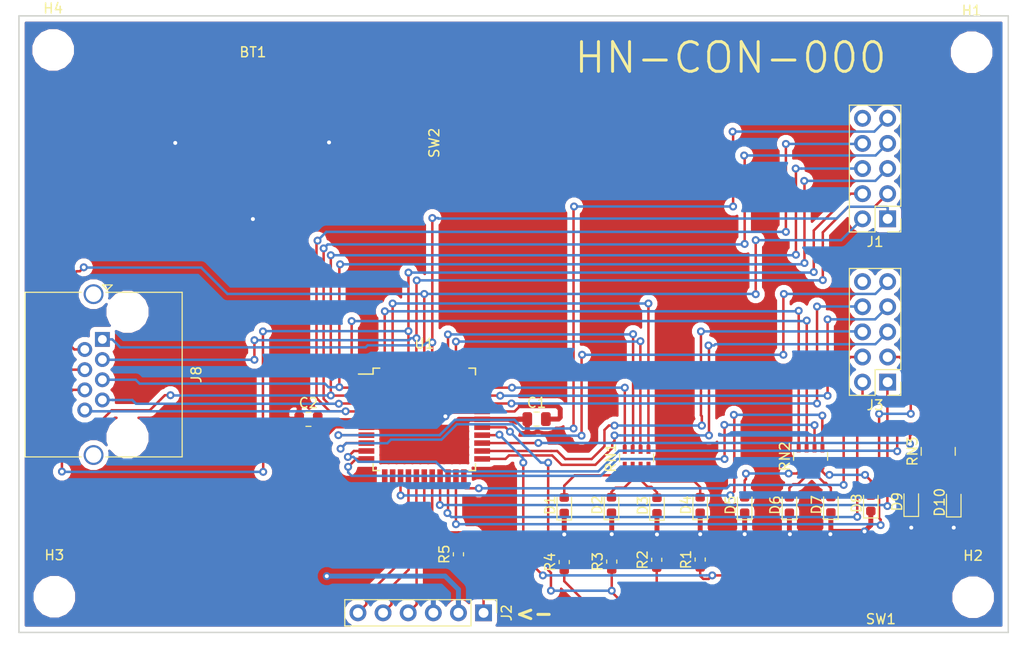
<source format=kicad_pcb>
(kicad_pcb (version 20171130) (host pcbnew 5.0.2-bee76a0~70~ubuntu16.04.1)
  (layers (0 F.Cu signal) (31 B.Cu signal) (34 B.Paste user) (35 F.Paste user) (36 B.SilkS user) (37 F.SilkS user) (38 B.Mask user) (39 F.Mask user) (44 Edge.Cuts user))
  (net 0 "")
  (net 1 3v3)
  (net 2 GND)
  (net 3 "Net-(D1-Pad2)")
  (net 4 "Net-(D2-Pad2)")
  (net 5 "Net-(D3-Pad2)")
  (net 6 "Net-(D4-Pad2)")
  (net 7 "Net-(D5-Pad2)")
  (net 8 "Net-(D6-Pad2)")
  (net 9 "Net-(D7-Pad2)")
  (net 10 "Net-(D8-Pad2)")
  (net 11 "Net-(D9-Pad2)")
  (net 12 "Net-(D10-Pad2)")
  (net 13 "Net-(J1-Pad10)")
  (net 14 In9)
  (net 15 In8)
  (net 16 In7)
  (net 17 In6)
  (net 18 In5)
  (net 19 In4)
  (net 20 In3)
  (net 21 In2)
  (net 22 In1)
  (net 23 "Net-(J2-Pad1)")
  (net 24 "Net-(J2-Pad4)")
  (net 25 "Net-(J2-Pad5)")
  (net 26 "Net-(J2-Pad6)")
  (net 27 Out1)
  (net 28 Out2)
  (net 29 Out3)
  (net 30 Out4)
  (net 31 Out5)
  (net 32 Out6)
  (net 33 Out7)
  (net 34 Out8)
  (net 35 Out9)
  (net 36 "Net-(J3-Pad10)")
  (net 37 SW1)
  (net 38 "Net-(R2-Pad1)")
  (net 39 SW0)
  (net 40 "Net-(R4-Pad1)")
  (net 41 Led4)
  (net 42 Led2)
  (net 43 Led3)
  (net 44 Led1)
  (net 45 Led5)
  (net 46 Led6)
  (net 47 Led7)
  (net 48 Led8)
  (net 49 "Net-(RN3-Pad3)")
  (net 50 "Net-(RN3-Pad4)")
  (net 51 Led9)
  (net 52 HB)
  (net 53 "Net-(RN3-Pad6)")
  (net 54 "Net-(RN3-Pad5)")
  (net 55 "Net-(U1-Pad12)")
  (net 56 "Net-(U1-Pad13)")
  (net 57 "Net-(U1-Pad33)")
  (net 58 "Net-(U1-Pad34)")
  (net 59 "Net-(U1-Pad37)")
  (net 60 "Net-(U1-Pad42)")
  (net 61 "Net-(BT1-Pad1)")
  (net 62 "Net-(SW2-Pad1)")
  (net 63 "Net-(SW2-Pad4)")
  (module Capacitor_SMD:C_0805_2012Metric (layer F.Cu) (at 152.3215 125.7554)
    (fp_text reference C1 (at 0 -1.65) (layer F.SilkS))
    (fp_text value CAP)
    (pad 1 smd roundrect (at -0.9375 0) (size 0.975 1.4) (layers F.Cu F.Paste F.Mask) (net 1 3v3))
    (pad 2 smd roundrect (at 0.9375 0) (size 0.975 1.4) (layers F.Cu F.Paste F.Mask) (net 2 GND))
  )
  (module Capacitor_SMD:C_0805_2012Metric (layer F.Cu) (at 129.2629 125.7808)
    (fp_text reference C2 (at 0 -1.65) (layer F.SilkS))
    (fp_text value CAP)
    (pad 2 smd roundrect (at 0.9375 0) (size 0.975 1.4) (layers F.Cu F.Paste F.Mask) (net 2 GND))
    (pad 1 smd roundrect (at -0.9375 0) (size 0.975 1.4) (layers F.Cu F.Paste F.Mask) (net 1 3v3))
  )
  (module LED_SMD:LED_0603_1608Metric (layer F.Cu) (at 155.1178 134.4676 90)
    (fp_text reference D1 (at 0 -1.43 90) (layer F.SilkS))
    (fp_text value SIG)
    (pad 2 smd roundrect (at 0.7875 0 90) (size 0.875 0.95) (layers F.Cu F.Paste F.Mask) (net 3 "Net-(D1-Pad2)"))
    (pad 1 smd roundrect (at -0.7875 0 90) (size 0.875 0.95) (layers F.Cu F.Paste F.Mask) (net 2 GND))
  )
  (module LED_SMD:LED_0603_1608Metric (layer F.Cu) (at 159.893 134.4421 90)
    (fp_text reference D2 (at 0 -1.43 90) (layer F.SilkS))
    (fp_text value SIG)
    (pad 1 smd roundrect (at -0.7875 0 90) (size 0.875 0.95) (layers F.Cu F.Paste F.Mask) (net 2 GND))
    (pad 2 smd roundrect (at 0.7875 0 90) (size 0.875 0.95) (layers F.Cu F.Paste F.Mask) (net 4 "Net-(D2-Pad2)"))
  )
  (module LED_SMD:LED_0603_1608Metric (layer F.Cu) (at 164.4904 134.493 90)
    (fp_text reference D3 (at 0 -1.43 90) (layer F.SilkS))
    (fp_text value SIG)
    (pad 2 smd roundrect (at 0.7875 0 90) (size 0.875 0.95) (layers F.Cu F.Paste F.Mask) (net 5 "Net-(D3-Pad2)"))
    (pad 1 smd roundrect (at -0.7875 0 90) (size 0.875 0.95) (layers F.Cu F.Paste F.Mask) (net 2 GND))
  )
  (module LED_SMD:LED_0603_1608Metric (layer F.Cu) (at 168.8592 134.4422 90)
    (fp_text reference D4 (at 0 -1.43 90) (layer F.SilkS))
    (fp_text value SIG)
    (pad 1 smd roundrect (at -0.7875 0 90) (size 0.875 0.95) (layers F.Cu F.Paste F.Mask) (net 2 GND))
    (pad 2 smd roundrect (at 0.7875 0 90) (size 0.875 0.95) (layers F.Cu F.Paste F.Mask) (net 6 "Net-(D4-Pad2)"))
  )
  (module LED_SMD:LED_0603_1608Metric (layer F.Cu) (at 173.355 134.4421 90)
    (fp_text reference D5 (at 0 -1.43 90) (layer F.SilkS))
    (fp_text value SIG)
    (pad 2 smd roundrect (at 0.7875 0 90) (size 0.875 0.95) (layers F.Cu F.Paste F.Mask) (net 7 "Net-(D5-Pad2)"))
    (pad 1 smd roundrect (at -0.7875 0 90) (size 0.875 0.95) (layers F.Cu F.Paste F.Mask) (net 2 GND))
  )
  (module LED_SMD:LED_0603_1608Metric (layer F.Cu) (at 177.8762 134.4423 90)
    (fp_text reference D6 (at 0 -1.43 90) (layer F.SilkS))
    (fp_text value SIG)
    (pad 2 smd roundrect (at 0.7875 0 90) (size 0.875 0.95) (layers F.Cu F.Paste F.Mask) (net 8 "Net-(D6-Pad2)"))
    (pad 1 smd roundrect (at -0.7875 0 90) (size 0.875 0.95) (layers F.Cu F.Paste F.Mask) (net 2 GND))
  )
  (module LED_SMD:LED_0603_1608Metric (layer F.Cu) (at 182.0672 134.4168 90)
    (fp_text reference D7 (at 0 -1.43 90) (layer F.SilkS))
    (fp_text value SIG)
    (pad 1 smd roundrect (at -0.7875 0 90) (size 0.875 0.95) (layers F.Cu F.Paste F.Mask) (net 2 GND))
    (pad 2 smd roundrect (at 0.7875 0 90) (size 0.875 0.95) (layers F.Cu F.Paste F.Mask) (net 9 "Net-(D7-Pad2)"))
  )
  (module LED_SMD:LED_0603_1608Metric (layer F.Cu) (at 186.1058 134.2643 90)
    (fp_text reference D8 (at 0 -1.43 90) (layer F.SilkS))
    (fp_text value SIG)
    (pad 1 smd roundrect (at -0.7875 0 90) (size 0.875 0.95) (layers F.Cu F.Paste F.Mask) (net 2 GND))
    (pad 2 smd roundrect (at 0.7875 0 90) (size 0.875 0.95) (layers F.Cu F.Paste F.Mask) (net 10 "Net-(D8-Pad2)"))
  )
  (module LED_SMD:LED_0603_1608Metric (layer F.Cu) (at 190.1952 134.1119 90)
    (fp_text reference D9 (at 0 -1.43 90) (layer F.SilkS))
    (fp_text value SIG)
    (pad 2 smd roundrect (at 0.7875 0 90) (size 0.875 0.95) (layers F.Cu F.Paste F.Mask) (net 11 "Net-(D9-Pad2)"))
    (pad 1 smd roundrect (at -0.7875 0 90) (size 0.875 0.95) (layers F.Cu F.Paste F.Mask) (net 2 GND))
  )
  (module LED_SMD:LED_0603_1608Metric (layer F.Cu) (at 194.4878 134.1627 90)
    (fp_text reference D10 (at 0 -1.43 90) (layer F.SilkS))
    (fp_text value HB)
    (pad 1 smd roundrect (at -0.7875 0 90) (size 0.875 0.95) (layers F.Cu F.Paste F.Mask) (net 2 GND))
    (pad 2 smd roundrect (at 0.7875 0 90) (size 0.875 0.95) (layers F.Cu F.Paste F.Mask) (net 12 "Net-(D10-Pad2)"))
  )
  (module Connector_PinHeader_2.54mm:PinHeader_2x05_P2.54mm_Vertical (layer F.Cu) (at 187.8076 105.5116 180)
    (fp_text reference J1 (at 1.27 -2.33 180) (layer F.SilkS))
    (fp_text value OC1)
    (pad 10 thru_hole oval (at 2.54 10.16 180) (size 1.7 1.7) (drill 1) (layers *.Cu *.Mask) (net 13 "Net-(J1-Pad10)"))
    (pad 9 thru_hole oval (at 0 10.16 180) (size 1.7 1.7) (drill 1) (layers *.Cu *.Mask) (net 14 In9))
    (pad 8 thru_hole oval (at 2.54 7.62 180) (size 1.7 1.7) (drill 1) (layers *.Cu *.Mask) (net 15 In8))
    (pad 7 thru_hole oval (at 0 7.62 180) (size 1.7 1.7) (drill 1) (layers *.Cu *.Mask) (net 16 In7))
    (pad 6 thru_hole oval (at 2.54 5.08 180) (size 1.7 1.7) (drill 1) (layers *.Cu *.Mask) (net 17 In6))
    (pad 5 thru_hole oval (at 0 5.08 180) (size 1.7 1.7) (drill 1) (layers *.Cu *.Mask) (net 18 In5))
    (pad 4 thru_hole oval (at 2.54 2.54 180) (size 1.7 1.7) (drill 1) (layers *.Cu *.Mask) (net 19 In4))
    (pad 3 thru_hole oval (at 0 2.54 180) (size 1.7 1.7) (drill 1) (layers *.Cu *.Mask) (net 20 In3))
    (pad 2 thru_hole oval (at 2.54 0 180) (size 1.7 1.7) (drill 1) (layers *.Cu *.Mask) (net 21 In2))
    (pad 1 thru_hole rect (at 0 0 180) (size 1.7 1.7) (drill 1) (layers *.Cu *.Mask) (net 22 In1))
  )
  (module Connector_PinHeader_2.54mm:PinHeader_1x06_P2.54mm_Vertical (layer F.Cu) (at 146.9644 145.3388 270)
    (fp_text reference J2 (at 0 -2.33 270) (layer F.SilkS))
    (fp_text value "PicKIT 3")
    (pad 1 thru_hole rect (at 0 0 270) (size 1.7 1.7) (drill 1) (layers *.Cu *.Mask) (net 23 "Net-(J2-Pad1)"))
    (pad 2 thru_hole oval (at 0 2.54 270) (size 1.7 1.7) (drill 1) (layers *.Cu *.Mask) (net 1 3v3))
    (pad 3 thru_hole oval (at 0 5.08 270) (size 1.7 1.7) (drill 1) (layers *.Cu *.Mask) (net 2 GND))
    (pad 4 thru_hole oval (at 0 7.62 270) (size 1.7 1.7) (drill 1) (layers *.Cu *.Mask) (net 24 "Net-(J2-Pad4)"))
    (pad 5 thru_hole oval (at 0 10.16 270) (size 1.7 1.7) (drill 1) (layers *.Cu *.Mask) (net 25 "Net-(J2-Pad5)"))
    (pad 6 thru_hole oval (at 0 12.7 270) (size 1.7 1.7) (drill 1) (layers *.Cu *.Mask) (net 26 "Net-(J2-Pad6)"))
  )
  (module Connector_PinHeader_2.54mm:PinHeader_2x05_P2.54mm_Vertical (layer F.Cu) (at 187.8076 122.0216 180)
    (fp_text reference J3 (at 1.27 -2.33 180) (layer F.SilkS))
    (fp_text value IC1)
    (pad 1 thru_hole rect (at 0 0 180) (size 1.7 1.7) (drill 1) (layers *.Cu *.Mask) (net 27 Out1))
    (pad 2 thru_hole oval (at 2.54 0 180) (size 1.7 1.7) (drill 1) (layers *.Cu *.Mask) (net 28 Out2))
    (pad 3 thru_hole oval (at 0 2.54 180) (size 1.7 1.7) (drill 1) (layers *.Cu *.Mask) (net 29 Out3))
    (pad 4 thru_hole oval (at 2.54 2.54 180) (size 1.7 1.7) (drill 1) (layers *.Cu *.Mask) (net 30 Out4))
    (pad 5 thru_hole oval (at 0 5.08 180) (size 1.7 1.7) (drill 1) (layers *.Cu *.Mask) (net 31 Out5))
    (pad 6 thru_hole oval (at 2.54 5.08 180) (size 1.7 1.7) (drill 1) (layers *.Cu *.Mask) (net 32 Out6))
    (pad 7 thru_hole oval (at 0 7.62 180) (size 1.7 1.7) (drill 1) (layers *.Cu *.Mask) (net 33 Out7))
    (pad 8 thru_hole oval (at 2.54 7.62 180) (size 1.7 1.7) (drill 1) (layers *.Cu *.Mask) (net 34 Out8))
    (pad 9 thru_hole oval (at 0 10.16 180) (size 1.7 1.7) (drill 1) (layers *.Cu *.Mask) (net 35 Out9))
    (pad 10 thru_hole oval (at 2.54 10.16 180) (size 1.7 1.7) (drill 1) (layers *.Cu *.Mask) (net 36 "Net-(J3-Pad10)"))
  )
  (module Connector_RJ:RJ45_Amphenol_RJHSE5380 (layer F.Cu) (at 108.4326 117.6996 270)
    (fp_text reference J8 (at 3.56 -9.5 270) (layer F.SilkS))
    (fp_text value RJ45)
    (pad 1 thru_hole rect (at 0 0 270) (size 1.5 1.5) (drill 0.89) (layers *.Cu *.Mask) (net 22 In1))
    (pad 3 thru_hole circle (at 2.04 0 270) (size 1.5 1.5) (drill 0.89) (layers *.Cu *.Mask) (net 20 In3))
    (pad 5 thru_hole circle (at 4.08 0 270) (size 1.5 1.5) (drill 0.89) (layers *.Cu *.Mask) (net 18 In5))
    (pad 7 thru_hole circle (at 6.12 0 270) (size 1.5 1.5) (drill 0.89) (layers *.Cu *.Mask) (net 16 In7))
    (pad 2 thru_hole circle (at 1.02 1.78 270) (size 1.5 1.5) (drill 0.89) (layers *.Cu *.Mask) (net 21 In2))
    (pad 4 thru_hole circle (at 3.06 1.78 270) (size 1.5 1.5) (drill 0.89) (layers *.Cu *.Mask) (net 19 In4))
    (pad 6 thru_hole circle (at 5.1 1.78 270) (size 1.5 1.5) (drill 0.89) (layers *.Cu *.Mask) (net 17 In6))
    (pad 8 thru_hole circle (at 7.14 1.78 270) (size 1.5 1.5) (drill 0.89) (layers *.Cu *.Mask) (net 15 In8))
    (pad "" np_thru_hole circle (at -2.79 -2.54 270) (size 3.25 3.25) (drill 3.25) (layers *.Cu *.Mask))
    (pad "" np_thru_hole circle (at 9.91 -2.54 270) (size 3.25 3.25) (drill 3.25) (layers *.Cu *.Mask))
    (pad SH thru_hole circle (at 11.69 0.89 270) (size 2 2) (drill 1.57) (layers *.Cu *.Mask))
    (pad SH thru_hole circle (at -4.57 0.89 270) (size 2 2) (drill 1.57) (layers *.Cu *.Mask))
  )
  (module Resistor_SMD:R_0603_1608Metric (layer F.Cu) (at 168.8592 139.9539 90)
    (fp_text reference R1 (at 0 -1.43 90) (layer F.SilkS))
    (fp_text value R_US)
    (pad 1 smd roundrect (at -0.7875 0 90) (size 0.875 0.95) (layers F.Cu F.Paste F.Mask) (net 37 SW1))
    (pad 2 smd roundrect (at 0.7875 0 90) (size 0.875 0.95) (layers F.Cu F.Paste F.Mask) (net 2 GND))
  )
  (module Resistor_SMD:R_0603_1608Metric (layer F.Cu) (at 164.465 139.9795 90)
    (fp_text reference R2 (at 0 -1.43 90) (layer F.SilkS))
    (fp_text value R_US)
    (pad 1 smd roundrect (at -0.7875 0 90) (size 0.875 0.95) (layers F.Cu F.Paste F.Mask) (net 38 "Net-(R2-Pad1)"))
    (pad 2 smd roundrect (at 0.7875 0 90) (size 0.875 0.95) (layers F.Cu F.Paste F.Mask) (net 2 GND))
  )
  (module Resistor_SMD:R_0603_1608Metric (layer F.Cu) (at 159.9184 140.1573 90)
    (fp_text reference R3 (at 0 -1.43 90) (layer F.SilkS))
    (fp_text value R_US)
    (pad 2 smd roundrect (at 0.7875 0 90) (size 0.875 0.95) (layers F.Cu F.Paste F.Mask) (net 2 GND))
    (pad 1 smd roundrect (at -0.7875 0 90) (size 0.875 0.95) (layers F.Cu F.Paste F.Mask) (net 39 SW0))
  )
  (module Resistor_SMD:R_0603_1608Metric (layer F.Cu) (at 155.1178 140.2079 90)
    (fp_text reference R4 (at 0 -1.43 90) (layer F.SilkS))
    (fp_text value R_US)
    (pad 2 smd roundrect (at 0.7875 0 90) (size 0.875 0.95) (layers F.Cu F.Paste F.Mask) (net 2 GND))
    (pad 1 smd roundrect (at -0.7875 0 90) (size 0.875 0.95) (layers F.Cu F.Paste F.Mask) (net 40 "Net-(R4-Pad1)"))
  )
  (module Resistor_SMD:R_0603_1608Metric (layer F.Cu) (at 144.4244 139.4205 90)
    (fp_text reference R5 (at 0 -1.43 90) (layer F.SilkS))
    (fp_text value 10K)
    (pad 1 smd roundrect (at -0.7875 0 90) (size 0.875 0.95) (layers F.Cu F.Paste F.Mask) (net 1 3v3))
    (pad 2 smd roundrect (at 0.7875 0 90) (size 0.875 0.95) (layers F.Cu F.Paste F.Mask) (net 23 "Net-(J2-Pad1)"))
  )
  (module Resistor_SMD:R_Array_Concave_4x0603 (layer F.Cu) (at 162.433 129.667 90)
    (fp_text reference RN1 (at 0 -2.6 90) (layer F.SilkS))
    (fp_text value 1.1K)
    (pad 5 smd rect (at 0.85 1.2 90) (size 0.9 0.4) (layers F.Cu F.Paste F.Mask) (net 41 Led4))
    (pad 6 smd rect (at 0.85 0.4 90) (size 0.9 0.4) (layers F.Cu F.Paste F.Mask) (net 42 Led2))
    (pad 7 smd rect (at 0.85 -0.4 90) (size 0.9 0.4) (layers F.Cu F.Paste F.Mask) (net 43 Led3))
    (pad 8 smd rect (at 0.85 -1.2 90) (size 0.9 0.4) (layers F.Cu F.Paste F.Mask) (net 44 Led1))
    (pad 4 smd rect (at -0.85 1.2 90) (size 0.9 0.4) (layers F.Cu F.Paste F.Mask) (net 6 "Net-(D4-Pad2)"))
    (pad 1 smd rect (at -0.85 -1.2 90) (size 0.9 0.4) (layers F.Cu F.Paste F.Mask) (net 3 "Net-(D1-Pad2)"))
    (pad 3 smd rect (at -0.85 0.4 90) (size 0.9 0.4) (layers F.Cu F.Paste F.Mask) (net 5 "Net-(D3-Pad2)"))
    (pad 2 smd rect (at -0.85 -0.4 90) (size 0.9 0.4) (layers F.Cu F.Paste F.Mask) (net 4 "Net-(D2-Pad2)"))
  )
  (module Resistor_SMD:R_Array_Concave_4x0603 (layer F.Cu) (at 180.0162 129.5264 90)
    (fp_text reference RN2 (at 0 -2.6 90) (layer F.SilkS))
    (fp_text value 1.1K)
    (pad 2 smd rect (at -0.85 -0.4 90) (size 0.9 0.4) (layers F.Cu F.Paste F.Mask) (net 8 "Net-(D6-Pad2)"))
    (pad 3 smd rect (at -0.85 0.4 90) (size 0.9 0.4) (layers F.Cu F.Paste F.Mask) (net 9 "Net-(D7-Pad2)"))
    (pad 1 smd rect (at -0.85 -1.2 90) (size 0.9 0.4) (layers F.Cu F.Paste F.Mask) (net 7 "Net-(D5-Pad2)"))
    (pad 4 smd rect (at -0.85 1.2 90) (size 0.9 0.4) (layers F.Cu F.Paste F.Mask) (net 10 "Net-(D8-Pad2)"))
    (pad 8 smd rect (at 0.85 -1.2 90) (size 0.9 0.4) (layers F.Cu F.Paste F.Mask) (net 45 Led5))
    (pad 7 smd rect (at 0.85 -0.4 90) (size 0.9 0.4) (layers F.Cu F.Paste F.Mask) (net 46 Led6))
    (pad 6 smd rect (at 0.85 0.4 90) (size 0.9 0.4) (layers F.Cu F.Paste F.Mask) (net 47 Led7))
    (pad 5 smd rect (at 0.85 1.2 90) (size 0.9 0.4) (layers F.Cu F.Paste F.Mask) (net 48 Led8))
  )
  (module Resistor_SMD:R_Array_Concave_4x0603 (layer F.Cu) (at 192.9192 129.0202 90)
    (fp_text reference RN3 (at 0 -2.6 90) (layer F.SilkS))
    (fp_text value 1.1K)
    (pad 2 smd rect (at -0.85 -0.4 90) (size 0.9 0.4) (layers F.Cu F.Paste F.Mask) (net 12 "Net-(D10-Pad2)"))
    (pad 3 smd rect (at -0.85 0.4 90) (size 0.9 0.4) (layers F.Cu F.Paste F.Mask) (net 49 "Net-(RN3-Pad3)"))
    (pad 1 smd rect (at -0.85 -1.2 90) (size 0.9 0.4) (layers F.Cu F.Paste F.Mask) (net 11 "Net-(D9-Pad2)"))
    (pad 4 smd rect (at -0.85 1.2 90) (size 0.9 0.4) (layers F.Cu F.Paste F.Mask) (net 50 "Net-(RN3-Pad4)"))
    (pad 8 smd rect (at 0.85 -1.2 90) (size 0.9 0.4) (layers F.Cu F.Paste F.Mask) (net 51 Led9))
    (pad 7 smd rect (at 0.85 -0.4 90) (size 0.9 0.4) (layers F.Cu F.Paste F.Mask) (net 52 HB))
    (pad 6 smd rect (at 0.85 0.4 90) (size 0.9 0.4) (layers F.Cu F.Paste F.Mask) (net 53 "Net-(RN3-Pad6)"))
    (pad 5 smd rect (at 0.85 1.2 90) (size 0.9 0.4) (layers F.Cu F.Paste F.Mask) (net 54 "Net-(RN3-Pad5)"))
  )
  (module Package_QFP:LQFP-44_10x10mm_P0.8mm (layer F.Cu) (at 140.97 125.7808)
    (fp_text reference U1 (at 0 -7.65) (layer F.SilkS))
    (fp_text value pic18f45k20)
    (pad 1 smd rect (at -5.85 -4) (size 1.6 0.56) (layers F.Cu F.Paste F.Mask) (net 46 Led6))
    (pad 2 smd rect (at -5.85 -3.2) (size 1.6 0.56) (layers F.Cu F.Paste F.Mask) (net 18 In5))
    (pad 3 smd rect (at -5.85 -2.4) (size 1.6 0.56) (layers F.Cu F.Paste F.Mask) (net 17 In6))
    (pad 4 smd rect (at -5.85 -1.6) (size 1.6 0.56) (layers F.Cu F.Paste F.Mask) (net 16 In7))
    (pad 5 smd rect (at -5.85 -0.8) (size 1.6 0.56) (layers F.Cu F.Paste F.Mask) (net 15 In8))
    (pad 6 smd rect (at -5.85 0) (size 1.6 0.56) (layers F.Cu F.Paste F.Mask) (net 2 GND))
    (pad 7 smd rect (at -5.85 0.8) (size 1.6 0.56) (layers F.Cu F.Paste F.Mask) (net 1 3v3))
    (pad 8 smd rect (at -5.85 1.6) (size 1.6 0.56) (layers F.Cu F.Paste F.Mask) (net 14 In9))
    (pad 9 smd rect (at -5.85 2.4) (size 1.6 0.56) (layers F.Cu F.Paste F.Mask) (net 35 Out9))
    (pad 10 smd rect (at -5.85 3.2) (size 1.6 0.56) (layers F.Cu F.Paste F.Mask) (net 52 HB))
    (pad 11 smd rect (at -5.85 4) (size 1.6 0.56) (layers F.Cu F.Paste F.Mask) (net 47 Led7))
    (pad 12 smd rect (at -4 5.85 90) (size 1.6 0.56) (layers F.Cu F.Paste F.Mask) (net 55 "Net-(U1-Pad12)"))
    (pad 13 smd rect (at -3.2 5.85 90) (size 1.6 0.56) (layers F.Cu F.Paste F.Mask) (net 56 "Net-(U1-Pad13)"))
    (pad 14 smd rect (at -2.4 5.85 90) (size 1.6 0.56) (layers F.Cu F.Paste F.Mask) (net 48 Led8))
    (pad 15 smd rect (at -1.6 5.85 90) (size 1.6 0.56) (layers F.Cu F.Paste F.Mask) (net 26 "Net-(J2-Pad6)"))
    (pad 16 smd rect (at -0.8 5.85 90) (size 1.6 0.56) (layers F.Cu F.Paste F.Mask) (net 25 "Net-(J2-Pad5)"))
    (pad 17 smd rect (at 0 5.85 90) (size 1.6 0.56) (layers F.Cu F.Paste F.Mask) (net 24 "Net-(J2-Pad4)"))
    (pad 18 smd rect (at 0.8 5.85 90) (size 1.6 0.56) (layers F.Cu F.Paste F.Mask) (net 23 "Net-(J2-Pad1)"))
    (pad 19 smd rect (at 1.6 5.85 90) (size 1.6 0.56) (layers F.Cu F.Paste F.Mask) (net 27 Out1))
    (pad 20 smd rect (at 2.4 5.85 90) (size 1.6 0.56) (layers F.Cu F.Paste F.Mask) (net 28 Out2))
    (pad 21 smd rect (at 3.2 5.85 90) (size 1.6 0.56) (layers F.Cu F.Paste F.Mask) (net 29 Out3))
    (pad 22 smd rect (at 4 5.85 90) (size 1.6 0.56) (layers F.Cu F.Paste F.Mask) (net 30 Out4))
    (pad 23 smd rect (at 5.85 4) (size 1.6 0.56) (layers F.Cu F.Paste F.Mask) (net 31 Out5))
    (pad 24 smd rect (at 5.85 3.2) (size 1.6 0.56) (layers F.Cu F.Paste F.Mask) (net 32 Out6))
    (pad 25 smd rect (at 5.85 2.4) (size 1.6 0.56) (layers F.Cu F.Paste F.Mask) (net 51 Led9))
    (pad 26 smd rect (at 5.85 1.6) (size 1.6 0.56) (layers F.Cu F.Paste F.Mask) (net 37 SW1))
    (pad 27 smd rect (at 5.85 0.8) (size 1.6 0.56) (layers F.Cu F.Paste F.Mask) (net 39 SW0))
    (pad 28 smd rect (at 5.85 0) (size 1.6 0.56) (layers F.Cu F.Paste F.Mask) (net 1 3v3))
    (pad 29 smd rect (at 5.85 -0.8) (size 1.6 0.56) (layers F.Cu F.Paste F.Mask) (net 2 GND))
    (pad 30 smd rect (at 5.85 -1.6) (size 1.6 0.56) (layers F.Cu F.Paste F.Mask) (net 34 Out8))
    (pad 31 smd rect (at 5.85 -2.4) (size 1.6 0.56) (layers F.Cu F.Paste F.Mask) (net 33 Out7))
    (pad 32 smd rect (at 5.85 -3.2) (size 1.6 0.56) (layers F.Cu F.Paste F.Mask) (net 44 Led1))
    (pad 33 smd rect (at 5.85 -4) (size 1.6 0.56) (layers F.Cu F.Paste F.Mask) (net 57 "Net-(U1-Pad33)"))
    (pad 34 smd rect (at 4 -5.85 90) (size 1.6 0.56) (layers F.Cu F.Paste F.Mask) (net 58 "Net-(U1-Pad34)"))
    (pad 35 smd rect (at 3.2 -5.85 90) (size 1.6 0.56) (layers F.Cu F.Paste F.Mask) (net 42 Led2))
    (pad 36 smd rect (at 2.4 -5.85 90) (size 1.6 0.56) (layers F.Cu F.Paste F.Mask) (net 43 Led3))
    (pad 37 smd rect (at 1.6 -5.85 90) (size 1.6 0.56) (layers F.Cu F.Paste F.Mask) (net 59 "Net-(U1-Pad37)"))
    (pad 38 smd rect (at 0.8 -5.85 90) (size 1.6 0.56) (layers F.Cu F.Paste F.Mask) (net 22 In1))
    (pad 39 smd rect (at 0 -5.85 90) (size 1.6 0.56) (layers F.Cu F.Paste F.Mask) (net 21 In2))
    (pad 40 smd rect (at -0.8 -5.85 90) (size 1.6 0.56) (layers F.Cu F.Paste F.Mask) (net 20 In3))
    (pad 41 smd rect (at -1.6 -5.85 90) (size 1.6 0.56) (layers F.Cu F.Paste F.Mask) (net 19 In4))
    (pad 42 smd rect (at -2.4 -5.85 90) (size 1.6 0.56) (layers F.Cu F.Paste F.Mask) (net 60 "Net-(U1-Pad42)"))
    (pad 43 smd rect (at -3.2 -5.85 90) (size 1.6 0.56) (layers F.Cu F.Paste F.Mask) (net 41 Led4))
    (pad 44 smd rect (at -4 -5.85 90) (size 1.6 0.56) (layers F.Cu F.Paste F.Mask) (net 45 Led5))
  )
  (module BAT-HLD-001:BAT-HLD-001 (layer F.Cu) (at 123.6218 97.8154)
    (fp_text reference BT1 (at 0.0254 -9.144) (layer F.SilkS))
    (fp_text value CR2032)
    (pad 2 smd circle (at 0 0) (size 11 11) (layers F.Cu F.Paste F.Mask) (net 2 GND))
    (pad 1 smd rect (at 11.5 0) (size 2.5 5.1) (layers F.Cu F.Paste F.Mask) (net 61 "Net-(BT1-Pad1)"))
    (pad 1 smd rect (at -11.5 0) (size 2.5 5.1) (layers F.Cu F.Paste F.Mask) (net 61 "Net-(BT1-Pad1)"))
  )
  (module JS202011SCQN:JS202011SCQN (layer F.Cu) (at 187.0778 141.3764 90)
    (fp_text reference SW1 (at -4.5974 0.044 180) (layer F.SilkS))
    (fp_text value SW_DPDT_x2)
    (pad 6 smd rect (at 2.5 2.75 90) (size 1.2 2.5) (layers F.Cu F.Paste F.Mask) (net 38 "Net-(R2-Pad1)"))
    (pad 5 smd rect (at 0 2.75 90) (size 1.2 2.5) (layers F.Cu F.Paste F.Mask) (net 1 3v3))
    (pad 4 smd rect (at -2.5 2.75 90) (size 1.2 2.5) (layers F.Cu F.Paste F.Mask) (net 40 "Net-(R4-Pad1)"))
    (pad 1 smd rect (at -2.5 -2.75 90) (size 1.2 2.5) (layers F.Cu F.Paste F.Mask) (net 39 SW0))
    (pad 3 smd rect (at 2.5 -2.75 90) (size 1.2 2.5) (layers F.Cu F.Paste F.Mask) (net 37 SW1))
    (pad 2 smd rect (at 0 -2.75 90) (size 1.2 2.5) (layers F.Cu F.Paste F.Mask) (net 1 3v3))
  )
  (module JS202011SCQN:JS202011SCQN (layer F.Cu) (at 149.5484 97.8154 90)
    (fp_text reference SW2 (at -0.0254 -7.5692 90) (layer F.SilkS))
    (fp_text value PWR_SW)
    (pad 2 smd rect (at 0 -2.75 90) (size 1.2 2.5) (layers F.Cu F.Paste F.Mask) (net 61 "Net-(BT1-Pad1)"))
    (pad 3 smd rect (at 2.5 -2.75 90) (size 1.2 2.5) (layers F.Cu F.Paste F.Mask) (net 1 3v3))
    (pad 1 smd rect (at -2.5 -2.75 90) (size 1.2 2.5) (layers F.Cu F.Paste F.Mask) (net 62 "Net-(SW2-Pad1)"))
    (pad 4 smd rect (at -2.5 2.75 90) (size 1.2 2.5) (layers F.Cu F.Paste F.Mask) (net 63 "Net-(SW2-Pad4)"))
    (pad 5 smd rect (at 0 2.75 90) (size 1.2 2.5) (layers F.Cu F.Paste F.Mask) (net 61 "Net-(BT1-Pad1)"))
    (pad 6 smd rect (at 2.5 2.75 90) (size 1.2 2.5) (layers F.Cu F.Paste F.Mask) (net 1 3v3))
  )
  (module MountingHole:MountingHole_3.2mm_M3 (layer F.Cu) (at 196.2912 88.6714)
    (fp_text reference H1 (at 0 -4.2) (layer F.SilkS))
    (fp_text value MountingHole)
    (pad 1 np_thru_hole circle (at 0 0) (size 3.2 3.2) (drill 3.2) (layers *.Cu *.Mask))
  )
  (module MountingHole:MountingHole_3.2mm_M3 (layer F.Cu) (at 196.4436 143.764)
    (fp_text reference H2 (at 0 -4.2) (layer F.SilkS))
    (fp_text value MountingHole)
    (pad 1 np_thru_hole circle (at 0 0) (size 3.2 3.2) (drill 3.2) (layers *.Cu *.Mask))
  )
  (module MountingHole:MountingHole_3.2mm_M3 (layer F.Cu) (at 103.5812 143.7132)
    (fp_text reference H3 (at 0 -4.2) (layer F.SilkS))
    (fp_text value MountingHole)
    (pad 1 np_thru_hole circle (at 0 0) (size 3.2 3.2) (drill 3.2) (layers *.Cu *.Mask))
  )
  (module MountingHole:MountingHole_3.2mm_M3 (layer F.Cu) (at 103.4542 88.4428)
    (fp_text reference H4 (at 0 -4.2) (layer F.SilkS))
    (fp_text value MountingHole)
    (pad 1 np_thru_hole circle (at 0 0) (size 3.2 3.2) (drill 3.2) (layers *.Cu *.Mask))
  )
  (gr_text <- (at 152.0952 145.3896) (layer F.SilkS) (effects (font (size 1.5 1.5) (thickness 0.3))))
  (gr_text "REV A" (at 113.9698 138.303) (layer F.Cu) (effects (font (size 1.5 1.5) (thickness 0.3))))
  (gr_text HN-CON-000 (at 171.9326 89.2302) (layer F.SilkS) (effects (font (size 3 3) (thickness 0.3))))
  (gr_line (start 200 85) (end 100 85) (layer Edge.Cuts) (width 0.15))
  (gr_line (start 200 147.32) (end 200 85) (layer Edge.Cuts) (width 0.15))
  (gr_line (start 100 147.32) (end 200 147.32) (layer Edge.Cuts) (width 0.15))
  (gr_line (start 100 85) (end 100 147.32) (layer Edge.Cuts) (width 0.15))
  (segment (start 144.4244 140.7455) (end 144.4244 145.3388) (width 0.5) (layer F.Cu) (net 1))
  (segment (start 144.4244 140.208) (end 144.4244 140.7455) (width 0.5) (layer F.Cu) (net 1))
  (segment (start 135.12 126.5808) (end 131.8132 126.5808) (width 0.25) (layer F.Cu) (net 1))
  (segment (start 131.8132 126.5808) (end 131.1146 127.2794) (width 0.5) (layer F.Cu) (net 1))
  (segment (start 131.1146 127.2794) (end 127.3048 127.2794) (width 0.5) (layer F.Cu) (net 1))
  (segment (start 127.3048 127.2794) (end 126.8222 126.7968) (width 0.5) (layer F.Cu) (net 1))
  (segment (start 126.8222 126.7968) (end 126.8222 126.1364) (width 0.5) (layer F.Cu) (net 1))
  (segment (start 127.1778 125.7808) (end 128.3254 125.7808) (width 0.5) (layer F.Cu) (net 1))
  (segment (start 126.8222 126.1364) (end 127.1778 125.7808) (width 0.5) (layer F.Cu) (net 1))
  (segment (start 151.3586 125.7808) (end 151.384 125.7554) (width 0.5) (layer F.Cu) (net 1))
  (segment (start 146.82 125.7808) (end 151.3586 125.7808) (width 0.5) (layer F.Cu) (net 1))
  (segment (start 144.4244 145.3388) (end 144.4244 142.9766) (width 0.5) (layer B.Cu) (net 1))
  (segment (start 143.0782 141.6304) (end 131.1148 141.6304) (width 0.5) (layer B.Cu) (net 1))
  (via (at 131.1148 141.6304) (size 0.8) (drill 0.4) (layers F.Cu B.Cu) (net 1))
  (segment (start 144.4244 142.9766) (end 143.0782 141.6304) (width 0.5) (layer B.Cu) (net 1))
  (segment (start 131.1148 127.2796) (end 131.1146 127.2794) (width 0.5) (layer F.Cu) (net 1))
  (segment (start 131.1148 141.6304) (end 131.1148 127.2796) (width 0.5) (layer F.Cu) (net 1))
  (segment (start 135.12 126.5808) (end 143.6752 126.5808) (width 0.5) (layer F.Cu) (net 1))
  (segment (start 144.4752 125.7808) (end 146.82 125.7808) (width 0.5) (layer F.Cu) (net 1))
  (segment (start 143.6752 126.5808) (end 144.4752 125.7808) (width 0.5) (layer F.Cu) (net 1))
  (segment (start 135.12 125.7808) (end 134.07 125.7808) (width 0.5) (layer F.Cu) (net 2))
  (segment (start 134.07 125.7808) (end 130.2004 125.7808) (width 0.25) (layer F.Cu) (net 2))
  (segment (start 146.82 124.9808) (end 150.1012 124.9808) (width 0.25) (layer F.Cu) (net 2))
  (segment (start 150.1012 124.9808) (end 150.6728 124.4092) (width 0.25) (layer F.Cu) (net 2))
  (segment (start 150.6728 124.4092) (end 154.3812 124.4092) (width 0.5) (layer F.Cu) (net 2))
  (segment (start 154.3812 124.4092) (end 154.7114 124.7394) (width 0.5) (layer F.Cu) (net 2))
  (segment (start 154.7114 124.7394) (end 154.7114 125.5776) (width 0.5) (layer F.Cu) (net 2))
  (segment (start 154.5336 125.7554) (end 153.259 125.7554) (width 0.5) (layer F.Cu) (net 2))
  (segment (start 154.7114 125.5776) (end 154.5336 125.7554) (width 0.5) (layer F.Cu) (net 2))
  (segment (start 155.1178 139.4204) (end 155.1178 137.414) (width 0.5) (layer F.Cu) (net 2))
  (segment (start 159.9184 135.255) (end 159.893 135.2296) (width 0.5) (layer F.Cu) (net 2))
  (segment (start 159.9184 139.3698) (end 159.9184 137.3886) (width 0.5) (layer F.Cu) (net 2))
  (segment (start 164.4904 139.1666) (end 164.465 139.192) (width 0.5) (layer F.Cu) (net 2))
  (segment (start 164.4904 135.2805) (end 164.4904 137.414) (width 0.5) (layer F.Cu) (net 2))
  (segment (start 168.8592 135.2297) (end 168.8592 137.3886) (width 0.5) (layer F.Cu) (net 2))
  (segment (start 136.42 125.7808) (end 136.7248 125.476) (width 0.5) (layer F.Cu) (net 2))
  (segment (start 135.12 125.7808) (end 136.42 125.7808) (width 0.5) (layer F.Cu) (net 2))
  (segment (start 136.7248 125.476) (end 143.1036 125.476) (width 0.5) (layer F.Cu) (net 2))
  (segment (start 143.5988 124.9808) (end 146.82 124.9808) (width 0.5) (layer F.Cu) (net 2))
  (segment (start 143.1036 125.476) (end 143.5988 124.9808) (width 0.5) (layer F.Cu) (net 2))
  (via (at 123.6472 105.537) (size 0.8) (drill 0.4) (layers F.Cu B.Cu) (net 2))
  (segment (start 123.6218 105.5116) (end 123.6472 105.537) (width 0.5) (layer F.Cu) (net 2))
  (segment (start 123.6218 97.8154) (end 123.6218 105.5116) (width 0.5) (layer F.Cu) (net 2))
  (segment (start 155.1178 137.414) (end 155.1178 135.2551) (width 0.5) (layer F.Cu) (net 2))
  (via (at 155.1178 137.414) (size 0.8) (drill 0.4) (layers F.Cu B.Cu) (net 2))
  (segment (start 159.9184 137.3886) (end 159.9184 135.255) (width 0.5) (layer F.Cu) (net 2))
  (via (at 159.9184 137.3886) (size 0.8) (drill 0.4) (layers F.Cu B.Cu) (net 2))
  (segment (start 164.4904 137.414) (end 164.4904 139.1666) (width 0.5) (layer F.Cu) (net 2))
  (via (at 164.4904 137.414) (size 0.8) (drill 0.4) (layers F.Cu B.Cu) (net 2))
  (segment (start 168.8592 137.3886) (end 168.8592 139.1664) (width 0.5) (layer F.Cu) (net 2))
  (via (at 168.8592 137.3886) (size 0.8) (drill 0.4) (layers F.Cu B.Cu) (net 2))
  (via (at 173.355 137.3886) (size 0.8) (drill 0.4) (layers F.Cu B.Cu) (net 2))
  (segment (start 173.355 135.2296) (end 173.355 137.3886) (width 0.5) (layer F.Cu) (net 2))
  (via (at 177.927 137.3886) (size 0.8) (drill 0.4) (layers F.Cu B.Cu) (net 2))
  (segment (start 177.8762 137.3378) (end 177.927 137.3886) (width 0.5) (layer F.Cu) (net 2))
  (segment (start 177.8762 135.2298) (end 177.8762 137.3378) (width 0.5) (layer F.Cu) (net 2))
  (via (at 182.0164 137.3886) (size 0.8) (drill 0.4) (layers F.Cu B.Cu) (net 2))
  (segment (start 182.0672 137.3378) (end 182.0164 137.3886) (width 0.5) (layer F.Cu) (net 2))
  (segment (start 182.0672 135.2043) (end 182.0672 137.3378) (width 0.5) (layer F.Cu) (net 2))
  (via (at 185.4708 137.104999) (size 0.8) (drill 0.4) (layers F.Cu B.Cu) (net 2))
  (segment (start 186.1058 136.469999) (end 185.4708 137.104999) (width 0.5) (layer F.Cu) (net 2))
  (segment (start 186.1058 135.0518) (end 186.1058 136.469999) (width 0.5) (layer F.Cu) (net 2))
  (via (at 190.1952 136.7282) (size 0.8) (drill 0.4) (layers F.Cu B.Cu) (net 2))
  (segment (start 190.1952 134.8994) (end 190.1952 136.7282) (width 0.5) (layer F.Cu) (net 2))
  (via (at 194.4878 136.7282) (size 0.8) (drill 0.4) (layers F.Cu B.Cu) (net 2))
  (segment (start 194.4878 134.9502) (end 194.4878 136.7282) (width 0.5) (layer F.Cu) (net 2))
  (segment (start 182.300001 137.104999) (end 182.0164 137.3886) (width 0.5) (layer F.Cu) (net 2))
  (segment (start 185.4708 137.104999) (end 182.300001 137.104999) (width 0.5) (layer F.Cu) (net 2))
  (segment (start 143.1036 125.476) (end 143.1036 125.476) (width 0.5) (layer F.Cu) (net 2))
  (via (at 143.1036 125.476) (size 0.8) (drill 0.4) (layers F.Cu B.Cu) (net 2))
  (via (at 115.7986 97.8408) (size 0.8) (drill 0.4) (layers F.Cu B.Cu) (net 2))
  (segment (start 115.824 97.8154) (end 115.7986 97.8408) (width 0.5) (layer F.Cu) (net 2))
  (segment (start 123.6218 97.8154) (end 115.824 97.8154) (width 0.5) (layer F.Cu) (net 2))
  (via (at 131.3434 97.79) (size 0.8) (drill 0.4) (layers F.Cu B.Cu) (net 2))
  (segment (start 131.318 97.8154) (end 131.3434 97.79) (width 0.5) (layer F.Cu) (net 2))
  (segment (start 123.6218 97.8154) (end 131.318 97.8154) (width 0.5) (layer F.Cu) (net 2))
  (segment (start 161.233 130.517) (end 161.233 131.217) (width 0.25) (layer F.Cu) (net 3))
  (segment (start 161.233 131.217) (end 161.0106 131.4394) (width 0.25) (layer F.Cu) (net 3))
  (segment (start 161.0106 131.4394) (end 156.1648 131.4394) (width 0.25) (layer F.Cu) (net 3))
  (segment (start 155.1178 132.4864) (end 155.1178 133.6801) (width 0.25) (layer F.Cu) (net 3))
  (segment (start 156.1648 131.4394) (end 155.1178 132.4864) (width 0.25) (layer F.Cu) (net 3))
  (segment (start 159.893 133.1171) (end 160.3205 132.6896) (width 0.25) (layer F.Cu) (net 4))
  (segment (start 159.893 133.6546) (end 159.893 133.1171) (width 0.25) (layer F.Cu) (net 4))
  (segment (start 160.3205 132.6896) (end 161.1884 132.6896) (width 0.25) (layer F.Cu) (net 4))
  (segment (start 162.033 131.845) (end 162.033 130.517) (width 0.25) (layer F.Cu) (net 4))
  (segment (start 161.1884 132.6896) (end 162.033 131.845) (width 0.25) (layer F.Cu) (net 4))
  (segment (start 164.4904 133.168) (end 163.9316 132.6092) (width 0.25) (layer F.Cu) (net 5))
  (segment (start 164.4904 133.7055) (end 164.4904 133.168) (width 0.25) (layer F.Cu) (net 5))
  (segment (start 163.9316 132.6092) (end 163.5464 132.6092) (width 0.25) (layer F.Cu) (net 5))
  (segment (start 162.833 131.8958) (end 162.833 130.517) (width 0.25) (layer F.Cu) (net 5))
  (segment (start 163.5464 132.6092) (end 162.833 131.8958) (width 0.25) (layer F.Cu) (net 5))
  (segment (start 168.8592 132.6388) (end 168.8592 133.6547) (width 0.25) (layer F.Cu) (net 6))
  (segment (start 163.633 130.517) (end 163.633 131.7944) (width 0.25) (layer F.Cu) (net 6))
  (segment (start 163.8932 132.0546) (end 168.275 132.0546) (width 0.25) (layer F.Cu) (net 6))
  (segment (start 163.633 131.7944) (end 163.8932 132.0546) (width 0.25) (layer F.Cu) (net 6))
  (segment (start 168.275 132.0546) (end 168.8592 132.6388) (width 0.25) (layer F.Cu) (net 6))
  (segment (start 178.8162 131.0764) (end 178.8162 130.3764) (width 0.25) (layer F.Cu) (net 7))
  (segment (start 178.6382 131.2544) (end 178.8162 131.0764) (width 0.25) (layer F.Cu) (net 7))
  (segment (start 173.355 133.6546) (end 173.355 132.6134) (width 0.25) (layer F.Cu) (net 7))
  (via (at 177.8 131.2544) (size 0.8) (drill 0.4) (layers F.Cu B.Cu) (net 7))
  (segment (start 178.1556 131.2544) (end 177.8 131.2544) (width 0.25) (layer F.Cu) (net 7))
  (segment (start 178.1556 131.2544) (end 178.6382 131.2544) (width 0.25) (layer F.Cu) (net 7))
  (via (at 173.482 131.2672) (size 0.8) (drill 0.4) (layers F.Cu B.Cu) (net 7))
  (segment (start 173.4948 131.2544) (end 173.482 131.2672) (width 0.25) (layer B.Cu) (net 7))
  (segment (start 177.8 131.2544) (end 173.4948 131.2544) (width 0.25) (layer B.Cu) (net 7))
  (segment (start 173.355 131.959885) (end 173.355 132.6134) (width 0.25) (layer F.Cu) (net 7))
  (segment (start 173.482 131.832885) (end 173.355 131.959885) (width 0.25) (layer F.Cu) (net 7))
  (segment (start 173.482 131.2672) (end 173.482 131.832885) (width 0.25) (layer F.Cu) (net 7))
  (segment (start 179.6162 130.3764) (end 179.6162 131.4576) (width 0.25) (layer F.Cu) (net 8))
  (segment (start 179.6162 131.4576) (end 178.7398 132.334) (width 0.25) (layer F.Cu) (net 8))
  (segment (start 178.7398 132.334) (end 178.2572 132.334) (width 0.25) (layer F.Cu) (net 8))
  (segment (start 177.8762 132.715) (end 177.8762 133.6548) (width 0.25) (layer F.Cu) (net 8))
  (segment (start 178.2572 132.334) (end 177.8762 132.715) (width 0.25) (layer F.Cu) (net 8))
  (segment (start 182.0672 132.715) (end 182.0672 133.6293) (width 0.25) (layer F.Cu) (net 9))
  (segment (start 180.4162 130.3764) (end 180.4162 131.2164) (width 0.25) (layer F.Cu) (net 9))
  (segment (start 180.4162 131.2164) (end 181.4068 132.207) (width 0.25) (layer F.Cu) (net 9))
  (segment (start 181.4068 132.207) (end 181.5592 132.207) (width 0.25) (layer F.Cu) (net 9))
  (segment (start 181.5592 132.207) (end 182.0672 132.715) (width 0.25) (layer F.Cu) (net 9))
  (segment (start 186.1058 131.9784) (end 186.1058 133.4768) (width 0.25) (layer F.Cu) (net 10))
  (segment (start 181.2162 130.3764) (end 181.2162 131.0764) (width 0.25) (layer F.Cu) (net 10))
  (segment (start 181.2162 131.0764) (end 181.534 131.3942) (width 0.25) (layer F.Cu) (net 10))
  (segment (start 185.5216 131.3942) (end 186.1058 131.9784) (width 0.25) (layer F.Cu) (net 10))
  (via (at 181.9148 131.3942) (size 0.8) (drill 0.4) (layers F.Cu B.Cu) (net 10))
  (segment (start 181.534 131.3942) (end 181.9148 131.3942) (width 0.25) (layer F.Cu) (net 10))
  (via (at 185.5216 131.3942) (size 0.8) (drill 0.4) (layers F.Cu B.Cu) (net 10))
  (segment (start 181.9148 131.3942) (end 185.5216 131.3942) (width 0.25) (layer B.Cu) (net 10))
  (segment (start 190.1952 133.3244) (end 190.1952 132.5626) (width 0.25) (layer F.Cu) (net 11))
  (segment (start 191.7192 131.0386) (end 191.7192 129.8702) (width 0.25) (layer F.Cu) (net 11))
  (segment (start 190.1952 132.5626) (end 191.7192 131.0386) (width 0.25) (layer F.Cu) (net 11))
  (segment (start 194.4878 132.8377) (end 192.5192 130.8691) (width 0.25) (layer F.Cu) (net 12))
  (segment (start 192.5192 130.8691) (end 192.5192 129.8702) (width 0.25) (layer F.Cu) (net 12))
  (segment (start 194.4878 133.3752) (end 194.4878 132.8377) (width 0.25) (layer F.Cu) (net 12))
  (via (at 132.2832 127.381) (size 0.8) (drill 0.4) (layers F.Cu B.Cu) (net 14))
  (segment (start 132.2834 127.3808) (end 132.2832 127.381) (width 0.25) (layer F.Cu) (net 14))
  (segment (start 135.12 127.3808) (end 132.2834 127.3808) (width 0.25) (layer F.Cu) (net 14))
  (via (at 156.0576 126.7068) (size 0.8) (drill 0.4) (layers F.Cu B.Cu) (net 14))
  (via (at 156.1084 104.267) (size 0.8) (drill 0.4) (layers F.Cu B.Cu) (net 14))
  (segment (start 156.0576 104.3178) (end 156.1084 104.267) (width 0.25) (layer F.Cu) (net 14))
  (segment (start 156.0576 126.7068) (end 156.0576 104.3178) (width 0.25) (layer F.Cu) (net 14))
  (via (at 172.1866 104.267) (size 0.8) (drill 0.4) (layers F.Cu B.Cu) (net 14))
  (segment (start 156.1084 104.267) (end 172.1866 104.267) (width 0.25) (layer B.Cu) (net 14))
  (segment (start 172.1866 96.7486) (end 172.1358 96.6978) (width 0.25) (layer F.Cu) (net 14))
  (via (at 172.1358 96.6978) (size 0.8) (drill 0.4) (layers F.Cu B.Cu) (net 14))
  (segment (start 172.1866 104.267) (end 172.1866 96.7486) (width 0.25) (layer F.Cu) (net 14))
  (segment (start 186.4614 96.6978) (end 187.8076 95.3516) (width 0.25) (layer B.Cu) (net 14))
  (segment (start 172.1358 96.6978) (end 186.4614 96.6978) (width 0.25) (layer B.Cu) (net 14))
  (segment (start 142.5194 127.381) (end 132.2832 127.381) (width 0.25) (layer B.Cu) (net 14))
  (segment (start 156.0576 126.7068) (end 150.9638 126.7068) (width 0.25) (layer B.Cu) (net 14))
  (segment (start 150.0886 125.8316) (end 144.0688 125.8316) (width 0.25) (layer B.Cu) (net 14))
  (segment (start 150.9638 126.7068) (end 150.0886 125.8316) (width 0.25) (layer B.Cu) (net 14))
  (segment (start 144.0688 125.8316) (end 142.5194 127.381) (width 0.25) (layer B.Cu) (net 14))
  (via (at 133.0198 124.968) (size 0.8) (drill 0.4) (layers F.Cu B.Cu) (net 15))
  (segment (start 133.0326 124.9808) (end 133.0198 124.968) (width 0.25) (layer F.Cu) (net 15))
  (segment (start 135.12 124.9808) (end 133.0326 124.9808) (width 0.25) (layer F.Cu) (net 15))
  (segment (start 106.781 124.968) (end 106.6526 124.8396) (width 0.25) (layer B.Cu) (net 15))
  (segment (start 133.0198 124.968) (end 106.781 124.968) (width 0.25) (layer B.Cu) (net 15))
  (segment (start 133.0198 124.968) (end 131.411988 124.968) (width 0.25) (layer F.Cu) (net 15))
  (segment (start 131.411988 124.968) (end 130.075365 123.631377) (width 0.25) (layer F.Cu) (net 15))
  (via (at 130.182755 107.715004) (size 0.8) (drill 0.4) (layers F.Cu B.Cu) (net 15))
  (segment (start 130.075365 123.631377) (end 130.075365 107.822394) (width 0.25) (layer F.Cu) (net 15))
  (segment (start 130.075365 107.822394) (end 130.182755 107.715004) (width 0.25) (layer F.Cu) (net 15))
  (via (at 177.5206 106.8324) (size 0.8) (drill 0.4) (layers F.Cu B.Cu) (net 15))
  (segment (start 131.065359 106.8324) (end 177.5206 106.8324) (width 0.25) (layer B.Cu) (net 15))
  (segment (start 130.182755 107.715004) (end 131.065359 106.8324) (width 0.25) (layer B.Cu) (net 15))
  (via (at 177.5206 97.9424) (size 0.8) (drill 0.4) (layers F.Cu B.Cu) (net 15))
  (segment (start 177.5206 106.8324) (end 177.5206 97.9424) (width 0.25) (layer F.Cu) (net 15))
  (segment (start 185.2168 97.9424) (end 185.2676 97.8916) (width 0.25) (layer B.Cu) (net 15))
  (segment (start 177.5206 97.9424) (end 185.2168 97.9424) (width 0.25) (layer B.Cu) (net 15))
  (via (at 132.334 124.206) (size 0.8) (drill 0.4) (layers F.Cu B.Cu) (net 16))
  (segment (start 132.3592 124.1808) (end 132.334 124.206) (width 0.25) (layer F.Cu) (net 16))
  (segment (start 135.12 124.1808) (end 132.3592 124.1808) (width 0.25) (layer F.Cu) (net 16))
  (segment (start 109.49326 123.8196) (end 109.49866 123.825) (width 0.25) (layer B.Cu) (net 16))
  (segment (start 108.4326 123.8196) (end 109.49326 123.8196) (width 0.25) (layer B.Cu) (net 16))
  (segment (start 111.4552 123.825) (end 111.8362 124.206) (width 0.25) (layer B.Cu) (net 16))
  (segment (start 109.49866 123.825) (end 111.4552 123.825) (width 0.25) (layer B.Cu) (net 16))
  (segment (start 132.334 124.206) (end 111.8362 124.206) (width 0.25) (layer B.Cu) (net 16))
  (via (at 130.800366 108.50149) (size 0.8) (drill 0.4) (layers F.Cu B.Cu) (net 16))
  (segment (start 132.334 124.206) (end 131.286398 124.206) (width 0.25) (layer F.Cu) (net 16))
  (segment (start 131.286398 124.206) (end 130.796199 123.715801) (width 0.25) (layer F.Cu) (net 16))
  (segment (start 130.796199 123.715801) (end 130.796199 108.505657) (width 0.25) (layer F.Cu) (net 16))
  (segment (start 130.796199 108.505657) (end 130.800366 108.50149) (width 0.25) (layer F.Cu) (net 16))
  (via (at 173.355 108.0516) (size 0.8) (drill 0.4) (layers F.Cu B.Cu) (net 16))
  (segment (start 173.305109 108.101491) (end 173.355 108.0516) (width 0.25) (layer B.Cu) (net 16))
  (segment (start 131.200365 108.101491) (end 173.305109 108.101491) (width 0.25) (layer B.Cu) (net 16))
  (segment (start 130.800366 108.50149) (end 131.200365 108.101491) (width 0.25) (layer B.Cu) (net 16))
  (via (at 173.3042 99.1108) (size 0.8) (drill 0.4) (layers F.Cu B.Cu) (net 16))
  (segment (start 173.355 99.1616) (end 173.3042 99.1108) (width 0.25) (layer F.Cu) (net 16))
  (segment (start 173.355 108.0516) (end 173.355 99.1616) (width 0.25) (layer F.Cu) (net 16))
  (segment (start 186.5884 99.1108) (end 187.8076 97.8916) (width 0.25) (layer B.Cu) (net 16))
  (segment (start 173.3042 99.1108) (end 186.5884 99.1108) (width 0.25) (layer B.Cu) (net 16))
  (via (at 131.5212 123.3678) (size 0.8) (drill 0.4) (layers F.Cu B.Cu) (net 17))
  (segment (start 131.5342 123.3808) (end 131.5212 123.3678) (width 0.25) (layer F.Cu) (net 17))
  (segment (start 135.12 123.3808) (end 131.5342 123.3808) (width 0.25) (layer F.Cu) (net 17))
  (via (at 115.316 123.3424) (size 0.8) (drill 0.4) (layers F.Cu B.Cu) (net 17))
  (segment (start 115.3414 123.3678) (end 115.316 123.3424) (width 0.25) (layer B.Cu) (net 17))
  (segment (start 131.5212 123.3678) (end 115.3414 123.3678) (width 0.25) (layer B.Cu) (net 17))
  (segment (start 114.750315 123.3424) (end 113.226315 124.8664) (width 0.25) (layer F.Cu) (net 17))
  (segment (start 115.316 123.3424) (end 114.750315 123.3424) (width 0.25) (layer F.Cu) (net 17))
  (segment (start 113.226315 124.8664) (end 109.3724 124.8664) (width 0.25) (layer F.Cu) (net 17))
  (segment (start 109.3724 124.8664) (end 108.0008 126.238) (width 0.25) (layer F.Cu) (net 17))
  (segment (start 108.0008 126.238) (end 105.7656 126.238) (width 0.25) (layer F.Cu) (net 17))
  (segment (start 105.7656 126.238) (end 104.9528 125.4252) (width 0.25) (layer F.Cu) (net 17))
  (segment (start 104.9528 125.4252) (end 104.9528 123.2916) (width 0.25) (layer F.Cu) (net 17))
  (segment (start 105.4448 122.7996) (end 106.6526 122.7996) (width 0.25) (layer F.Cu) (net 17))
  (segment (start 104.9528 123.2916) (end 105.4448 122.7996) (width 0.25) (layer F.Cu) (net 17))
  (via (at 131.5212 109.1946) (size 0.8) (drill 0.4) (layers F.Cu B.Cu) (net 17))
  (segment (start 131.5212 123.3678) (end 131.5212 109.1946) (width 0.25) (layer F.Cu) (net 17))
  (via (at 178.5366 109.1438) (size 0.8) (drill 0.4) (layers F.Cu B.Cu) (net 17))
  (segment (start 178.4858 109.1946) (end 178.5366 109.1438) (width 0.25) (layer B.Cu) (net 17))
  (segment (start 131.5212 109.1946) (end 178.4858 109.1946) (width 0.25) (layer B.Cu) (net 17))
  (segment (start 178.5366 100.457) (end 178.5112 100.4316) (width 0.25) (layer F.Cu) (net 17))
  (via (at 178.5112 100.4316) (size 0.8) (drill 0.4) (layers F.Cu B.Cu) (net 17))
  (segment (start 178.5366 109.1438) (end 178.5366 100.457) (width 0.25) (layer F.Cu) (net 17))
  (segment (start 179.076885 100.4316) (end 185.2676 100.4316) (width 0.25) (layer B.Cu) (net 17))
  (segment (start 178.5112 100.4316) (end 179.076885 100.4316) (width 0.25) (layer B.Cu) (net 17))
  (via (at 132.3848 122.5296) (size 0.8) (drill 0.4) (layers F.Cu B.Cu) (net 18))
  (segment (start 132.436 122.5808) (end 132.3848 122.5296) (width 0.25) (layer F.Cu) (net 18))
  (segment (start 135.12 122.5808) (end 132.436 122.5808) (width 0.25) (layer F.Cu) (net 18))
  (segment (start 131.286398 122.5296) (end 130.930798 122.174) (width 0.25) (layer B.Cu) (net 18))
  (segment (start 132.3848 122.5296) (end 131.286398 122.5296) (width 0.25) (layer B.Cu) (net 18))
  (segment (start 130.930798 122.174) (end 112.1918 122.174) (width 0.25) (layer B.Cu) (net 18))
  (segment (start 111.7974 121.7796) (end 108.4326 121.7796) (width 0.25) (layer B.Cu) (net 18))
  (segment (start 112.1918 122.174) (end 111.7974 121.7796) (width 0.25) (layer B.Cu) (net 18))
  (segment (start 132.3848 110.1852) (end 132.461 110.109) (width 0.25) (layer F.Cu) (net 18))
  (via (at 132.461 110.109) (size 0.8) (drill 0.4) (layers F.Cu B.Cu) (net 18))
  (segment (start 132.3848 122.5296) (end 132.3848 110.1852) (width 0.25) (layer F.Cu) (net 18))
  (via (at 179.4002 109.982) (size 0.8) (drill 0.4) (layers F.Cu B.Cu) (net 18))
  (segment (start 179.2732 110.109) (end 179.4002 109.982) (width 0.25) (layer B.Cu) (net 18))
  (segment (start 132.461 110.109) (end 179.2732 110.109) (width 0.25) (layer B.Cu) (net 18))
  (via (at 179.3748 101.6762) (size 0.8) (drill 0.4) (layers F.Cu B.Cu) (net 18))
  (segment (start 179.4002 101.7016) (end 179.3748 101.6762) (width 0.25) (layer F.Cu) (net 18))
  (segment (start 179.4002 109.982) (end 179.4002 101.7016) (width 0.25) (layer F.Cu) (net 18))
  (segment (start 186.563 101.6762) (end 187.8076 100.4316) (width 0.25) (layer B.Cu) (net 18))
  (segment (start 179.3748 101.6762) (end 186.563 101.6762) (width 0.25) (layer B.Cu) (net 18))
  (via (at 139.3698 116.8654) (size 0.8) (drill 0.4) (layers F.Cu B.Cu) (net 19))
  (segment (start 139.37 116.8656) (end 139.3698 116.8654) (width 0.25) (layer F.Cu) (net 19))
  (segment (start 139.37 119.9308) (end 139.37 116.8656) (width 0.25) (layer F.Cu) (net 19))
  (via (at 124.6632 116.8908) (size 0.8) (drill 0.4) (layers F.Cu B.Cu) (net 19))
  (segment (start 124.6886 116.8654) (end 124.6632 116.8908) (width 0.25) (layer B.Cu) (net 19))
  (segment (start 139.3698 116.8654) (end 124.6886 116.8654) (width 0.25) (layer B.Cu) (net 19))
  (segment (start 124.6632 125.9586) (end 124.6886 125.984) (width 0.25) (layer F.Cu) (net 19))
  (segment (start 124.6632 116.8908) (end 124.6632 125.9586) (width 0.25) (layer F.Cu) (net 19))
  (via (at 124.6886 131.0894) (size 0.8) (drill 0.4) (layers F.Cu B.Cu) (net 19))
  (segment (start 124.6886 125.984) (end 124.6886 131.0894) (width 0.25) (layer F.Cu) (net 19))
  (via (at 104.3432 131.064) (size 0.8) (drill 0.4) (layers F.Cu B.Cu) (net 19))
  (segment (start 104.3686 131.0894) (end 104.3432 131.064) (width 0.25) (layer B.Cu) (net 19))
  (segment (start 124.6886 131.0894) (end 104.3686 131.0894) (width 0.25) (layer B.Cu) (net 19))
  (segment (start 104.3432 131.064) (end 104.3432 121.0564) (width 0.25) (layer F.Cu) (net 19))
  (segment (start 104.64 120.7596) (end 106.6526 120.7596) (width 0.25) (layer F.Cu) (net 19))
  (segment (start 104.3432 121.0564) (end 104.64 120.7596) (width 0.25) (layer F.Cu) (net 19))
  (via (at 139.3698 110.9472) (size 0.8) (drill 0.4) (layers F.Cu B.Cu) (net 19))
  (segment (start 139.3698 116.8654) (end 139.3698 110.9472) (width 0.25) (layer F.Cu) (net 19))
  (via (at 180.34 110.8964) (size 0.8) (drill 0.4) (layers F.Cu B.Cu) (net 19))
  (segment (start 180.2892 110.9472) (end 180.34 110.8964) (width 0.25) (layer B.Cu) (net 19))
  (segment (start 139.3698 110.9472) (end 180.2892 110.9472) (width 0.25) (layer B.Cu) (net 19))
  (segment (start 180.34 106.697119) (end 184.065519 102.9716) (width 0.25) (layer F.Cu) (net 19))
  (segment (start 184.065519 102.9716) (end 185.2676 102.9716) (width 0.25) (layer F.Cu) (net 19))
  (segment (start 180.34 110.8964) (end 180.34 106.697119) (width 0.25) (layer F.Cu) (net 19))
  (via (at 140.1826 117.5766) (size 0.8) (drill 0.4) (layers F.Cu B.Cu) (net 20))
  (segment (start 140.17 117.5892) (end 140.1826 117.5766) (width 0.25) (layer F.Cu) (net 20))
  (segment (start 140.17 119.9308) (end 140.17 117.5892) (width 0.25) (layer F.Cu) (net 20))
  (via (at 123.7996 117.7798) (size 0.8) (drill 0.4) (layers F.Cu B.Cu) (net 20))
  (segment (start 139.413715 117.7798) (end 123.7996 117.7798) (width 0.25) (layer B.Cu) (net 20))
  (segment (start 139.616915 117.5766) (end 139.413715 117.7798) (width 0.25) (layer B.Cu) (net 20))
  (segment (start 140.1826 117.5766) (end 139.616915 117.5766) (width 0.25) (layer B.Cu) (net 20))
  (via (at 123.7996 119.761) (size 0.8) (drill 0.4) (layers F.Cu B.Cu) (net 20))
  (segment (start 123.7996 117.7798) (end 123.7996 119.761) (width 0.25) (layer F.Cu) (net 20))
  (segment (start 108.454 119.761) (end 108.4326 119.7396) (width 0.25) (layer B.Cu) (net 20))
  (segment (start 123.7996 119.761) (end 108.454 119.761) (width 0.25) (layer B.Cu) (net 20))
  (segment (start 140.1826 111.76) (end 140.208 111.7346) (width 0.25) (layer F.Cu) (net 20))
  (via (at 140.208 111.7346) (size 0.8) (drill 0.4) (layers F.Cu B.Cu) (net 20))
  (segment (start 140.1826 117.5766) (end 140.1826 111.76) (width 0.25) (layer F.Cu) (net 20))
  (via (at 181.2544 111.7092) (size 0.8) (drill 0.4) (layers F.Cu B.Cu) (net 20))
  (segment (start 181.229 111.7346) (end 181.2544 111.7092) (width 0.25) (layer B.Cu) (net 20))
  (segment (start 140.208 111.7346) (end 181.229 111.7346) (width 0.25) (layer B.Cu) (net 20))
  (segment (start 186.4868 104.2924) (end 187.8076 102.9716) (width 0.25) (layer F.Cu) (net 20))
  (segment (start 183.8452 104.2924) (end 186.4868 104.2924) (width 0.25) (layer F.Cu) (net 20))
  (segment (start 181.2544 106.8832) (end 183.8452 104.2924) (width 0.25) (layer F.Cu) (net 20))
  (segment (start 181.2544 111.7092) (end 181.2544 106.8832) (width 0.25) (layer F.Cu) (net 20))
  (via (at 140.97 113.1062) (size 0.8) (drill 0.4) (layers F.Cu B.Cu) (net 21))
  (segment (start 140.97 119.9308) (end 140.97 113.1062) (width 0.25) (layer F.Cu) (net 21))
  (via (at 106.553 110.4138) (size 0.8) (drill 0.4) (layers F.Cu B.Cu) (net 21))
  (segment (start 106.153001 110.813799) (end 106.553 110.4138) (width 0.25) (layer F.Cu) (net 21))
  (segment (start 105.848201 110.813799) (end 106.153001 110.813799) (width 0.25) (layer F.Cu) (net 21))
  (segment (start 103.9368 112.7252) (end 105.848201 110.813799) (width 0.25) (layer F.Cu) (net 21))
  (segment (start 103.9368 117.06446) (end 103.9368 112.7252) (width 0.25) (layer F.Cu) (net 21))
  (segment (start 105.59194 118.7196) (end 103.9368 117.06446) (width 0.25) (layer F.Cu) (net 21))
  (segment (start 106.6526 118.7196) (end 105.59194 118.7196) (width 0.25) (layer F.Cu) (net 21))
  (segment (start 118.4148 110.4392) (end 106.5784 110.4392) (width 0.25) (layer B.Cu) (net 21))
  (segment (start 121.0818 113.1062) (end 118.4148 110.4392) (width 0.25) (layer B.Cu) (net 21))
  (segment (start 106.5784 110.4392) (end 106.553 110.4138) (width 0.25) (layer B.Cu) (net 21))
  (segment (start 140.97 113.1062) (end 121.0818 113.1062) (width 0.25) (layer B.Cu) (net 21))
  (via (at 174.4726 113.1316) (size 0.8) (drill 0.4) (layers F.Cu B.Cu) (net 21))
  (segment (start 174.4472 113.1062) (end 174.4726 113.1316) (width 0.25) (layer B.Cu) (net 21))
  (segment (start 140.97 113.1062) (end 174.4472 113.1062) (width 0.25) (layer B.Cu) (net 21))
  (via (at 174.4726 107.6706) (size 0.8) (drill 0.4) (layers F.Cu B.Cu) (net 21))
  (segment (start 174.4726 113.1316) (end 174.4726 107.6706) (width 0.25) (layer F.Cu) (net 21))
  (segment (start 183.1086 107.6706) (end 185.2676 105.5116) (width 0.25) (layer B.Cu) (net 21))
  (segment (start 174.4726 107.6706) (end 183.1086 107.6706) (width 0.25) (layer B.Cu) (net 21))
  (segment (start 141.77 118.0212) (end 141.7828 118.0084) (width 0.25) (layer F.Cu) (net 22))
  (via (at 141.7828 118.0084) (size 0.8) (drill 0.4) (layers F.Cu B.Cu) (net 22))
  (segment (start 141.77 119.9308) (end 141.77 118.0212) (width 0.25) (layer F.Cu) (net 22))
  (segment (start 140.923914 118.301601) (end 135.243401 118.301601) (width 0.25) (layer B.Cu) (net 22))
  (segment (start 141.217115 118.0084) (end 140.923914 118.301601) (width 0.25) (layer B.Cu) (net 22))
  (segment (start 141.7828 118.0084) (end 141.217115 118.0084) (width 0.25) (layer B.Cu) (net 22))
  (segment (start 109.4326 117.6996) (end 108.4326 117.6996) (width 0.25) (layer B.Cu) (net 22))
  (segment (start 135.040201 118.504801) (end 110.237801 118.504801) (width 0.25) (layer B.Cu) (net 22))
  (segment (start 110.237801 118.504801) (end 109.4326 117.6996) (width 0.25) (layer B.Cu) (net 22))
  (segment (start 135.243401 118.301601) (end 135.040201 118.504801) (width 0.25) (layer B.Cu) (net 22))
  (via (at 141.7828 105.4354) (size 0.8) (drill 0.4) (layers F.Cu B.Cu) (net 22))
  (segment (start 141.7828 118.0084) (end 141.7828 105.4354) (width 0.25) (layer F.Cu) (net 22))
  (segment (start 142.348485 105.4354) (end 142.399285 105.4862) (width 0.25) (layer B.Cu) (net 22))
  (segment (start 141.7828 105.4354) (end 142.348485 105.4354) (width 0.25) (layer B.Cu) (net 22))
  (segment (start 142.399285 105.4862) (end 182.6514 105.4862) (width 0.25) (layer B.Cu) (net 22))
  (segment (start 182.6514 105.4862) (end 183.8452 104.2924) (width 0.25) (layer B.Cu) (net 22))
  (segment (start 187.8076 104.4116) (end 187.8076 105.5116) (width 0.25) (layer B.Cu) (net 22))
  (segment (start 187.6884 104.2924) (end 187.8076 104.4116) (width 0.25) (layer B.Cu) (net 22))
  (segment (start 183.8452 104.2924) (end 187.6884 104.2924) (width 0.25) (layer B.Cu) (net 22))
  (segment (start 146.9644 138.0744) (end 146.9644 145.3388) (width 0.25) (layer F.Cu) (net 23))
  (segment (start 146.1008 137.2108) (end 146.9644 138.0744) (width 0.25) (layer F.Cu) (net 23))
  (segment (start 144.4244 137.2108) (end 146.1008 137.2108) (width 0.25) (layer F.Cu) (net 23))
  (segment (start 144.4244 138.633) (end 144.4244 137.2108) (width 0.25) (layer F.Cu) (net 23))
  (segment (start 144.4244 137.2108) (end 142.9512 137.2108) (width 0.25) (layer F.Cu) (net 23))
  (segment (start 141.77 136.0296) (end 141.77 131.6308) (width 0.25) (layer F.Cu) (net 23))
  (segment (start 142.9512 137.2108) (end 141.77 136.0296) (width 0.25) (layer F.Cu) (net 23))
  (segment (start 140.194399 144.488801) (end 140.194399 136.106801) (width 0.25) (layer F.Cu) (net 24))
  (segment (start 139.3444 145.3388) (end 140.194399 144.488801) (width 0.25) (layer F.Cu) (net 24))
  (segment (start 140.97 135.3312) (end 140.97 131.6308) (width 0.25) (layer F.Cu) (net 24))
  (segment (start 140.194399 136.106801) (end 140.97 135.3312) (width 0.25) (layer F.Cu) (net 24))
  (segment (start 137.654399 144.488801) (end 137.654399 142.710801) (width 0.25) (layer F.Cu) (net 25))
  (segment (start 136.8044 145.3388) (end 137.654399 144.488801) (width 0.25) (layer F.Cu) (net 25))
  (segment (start 137.654399 142.710801) (end 139.3952 140.97) (width 0.25) (layer F.Cu) (net 25))
  (segment (start 139.3952 140.97) (end 139.3952 135.4328) (width 0.25) (layer F.Cu) (net 25))
  (segment (start 140.17 134.658) (end 140.17 131.6308) (width 0.25) (layer F.Cu) (net 25))
  (segment (start 139.3952 135.4328) (end 140.17 134.658) (width 0.25) (layer F.Cu) (net 25))
  (segment (start 135.114399 144.488801) (end 135.114399 143.650601) (width 0.25) (layer F.Cu) (net 26))
  (segment (start 134.2644 145.3388) (end 135.114399 144.488801) (width 0.25) (layer F.Cu) (net 26))
  (segment (start 135.114399 143.650601) (end 138.5062 140.2588) (width 0.25) (layer F.Cu) (net 26))
  (segment (start 138.5062 140.2588) (end 138.5062 135.001) (width 0.25) (layer F.Cu) (net 26))
  (segment (start 139.37 134.1372) (end 139.37 131.6308) (width 0.25) (layer F.Cu) (net 26))
  (segment (start 138.5062 135.001) (end 139.37 134.1372) (width 0.25) (layer F.Cu) (net 26))
  (segment (start 142.57 134.417) (end 142.5448 134.4422) (width 0.25) (layer F.Cu) (net 27))
  (via (at 142.5448 134.4422) (size 0.8) (drill 0.4) (layers F.Cu B.Cu) (net 27))
  (segment (start 142.57 131.6308) (end 142.57 134.417) (width 0.25) (layer F.Cu) (net 27))
  (via (at 187.7822 134.5438) (size 0.8) (drill 0.4) (layers F.Cu B.Cu) (net 27))
  (segment (start 187.6806 134.4422) (end 187.7822 134.5438) (width 0.25) (layer B.Cu) (net 27))
  (segment (start 142.5448 134.4422) (end 187.6806 134.4422) (width 0.25) (layer B.Cu) (net 27))
  (segment (start 187.7822 122.047) (end 187.8076 122.0216) (width 0.25) (layer F.Cu) (net 27))
  (segment (start 187.7822 134.5438) (end 187.7822 122.047) (width 0.25) (layer F.Cu) (net 27))
  (via (at 143.3068 135.255) (size 0.8) (drill 0.4) (layers F.Cu B.Cu) (net 28))
  (segment (start 143.37 135.1918) (end 143.3068 135.255) (width 0.25) (layer F.Cu) (net 28))
  (segment (start 143.37 131.6308) (end 143.37 135.1918) (width 0.25) (layer F.Cu) (net 28))
  (via (at 184.7342 135.636) (size 0.8) (drill 0.4) (layers F.Cu B.Cu) (net 28))
  (segment (start 184.715201 135.654999) (end 184.7342 135.636) (width 0.25) (layer B.Cu) (net 28))
  (segment (start 143.706799 135.654999) (end 184.715201 135.654999) (width 0.25) (layer B.Cu) (net 28))
  (segment (start 143.3068 135.255) (end 143.706799 135.654999) (width 0.25) (layer B.Cu) (net 28))
  (segment (start 184.7342 132.1446) (end 184.7088 132.1192) (width 0.25) (layer F.Cu) (net 28))
  (segment (start 184.7342 135.636) (end 184.7342 132.1446) (width 0.25) (layer F.Cu) (net 28))
  (segment (start 184.7342 132.1446) (end 184.7342 123.9774) (width 0.25) (layer F.Cu) (net 28))
  (segment (start 185.2676 123.444) (end 185.2676 122.0216) (width 0.25) (layer F.Cu) (net 28))
  (segment (start 184.7342 123.9774) (end 185.2676 123.444) (width 0.25) (layer F.Cu) (net 28))
  (via (at 144.1704 136.379999) (size 0.8) (drill 0.4) (layers F.Cu B.Cu) (net 29))
  (segment (start 144.17 136.379599) (end 144.1704 136.379999) (width 0.25) (layer F.Cu) (net 29))
  (segment (start 144.17 131.6308) (end 144.17 136.379599) (width 0.25) (layer F.Cu) (net 29))
  (segment (start 187.002199 136.379999) (end 187.0964 136.4742) (width 0.25) (layer B.Cu) (net 29))
  (via (at 187.0964 136.4742) (size 0.8) (drill 0.4) (layers F.Cu B.Cu) (net 29))
  (segment (start 144.1704 136.379999) (end 187.002199 136.379999) (width 0.25) (layer B.Cu) (net 29))
  (via (at 186.944 125.222) (size 0.8) (drill 0.4) (layers F.Cu B.Cu) (net 29))
  (segment (start 186.944 135.756115) (end 186.944 125.222) (width 0.25) (layer F.Cu) (net 29))
  (segment (start 187.0964 135.908515) (end 186.944 135.756115) (width 0.25) (layer F.Cu) (net 29))
  (segment (start 187.0964 136.4742) (end 187.0964 135.908515) (width 0.25) (layer F.Cu) (net 29))
  (via (at 190.1444 125.222) (size 0.8) (drill 0.4) (layers F.Cu B.Cu) (net 29))
  (segment (start 186.944 125.222) (end 190.1444 125.222) (width 0.25) (layer B.Cu) (net 29))
  (segment (start 189.009681 119.4816) (end 190.1444 120.616319) (width 0.25) (layer F.Cu) (net 29))
  (segment (start 187.8076 119.4816) (end 189.009681 119.4816) (width 0.25) (layer F.Cu) (net 29))
  (segment (start 190.1444 120.616319) (end 190.1444 122.047) (width 0.25) (layer F.Cu) (net 29))
  (segment (start 190.1444 125.222) (end 190.1444 122.047) (width 0.25) (layer F.Cu) (net 29))
  (via (at 146.4818 132.752) (size 0.8) (drill 0.4) (layers F.Cu B.Cu) (net 30))
  (segment (start 171.875598 132.4102) (end 183.3626 132.4102) (width 0.25) (layer B.Cu) (net 30))
  (via (at 183.3626 132.4102) (size 0.8) (drill 0.4) (layers F.Cu B.Cu) (net 30))
  (segment (start 171.533798 132.752) (end 171.875598 132.4102) (width 0.25) (layer B.Cu) (net 30))
  (segment (start 146.4818 132.752) (end 171.533798 132.752) (width 0.25) (layer B.Cu) (net 30))
  (segment (start 184.065519 119.4816) (end 185.2676 119.4816) (width 0.25) (layer F.Cu) (net 30))
  (segment (start 183.3626 120.184519) (end 184.065519 119.4816) (width 0.25) (layer F.Cu) (net 30))
  (segment (start 183.3626 132.4102) (end 183.3626 120.184519) (width 0.25) (layer F.Cu) (net 30))
  (segment (start 145.134 132.752) (end 144.97 132.588) (width 0.25) (layer F.Cu) (net 30))
  (segment (start 146.4818 132.752) (end 145.134 132.752) (width 0.25) (layer F.Cu) (net 30))
  (segment (start 144.97 131.6308) (end 144.97 132.588) (width 0.25) (layer F.Cu) (net 30))
  (via (at 160.1978 127.4064) (size 0.8) (drill 0.4) (layers F.Cu B.Cu) (net 31))
  (segment (start 160.1978 127.4064) (end 160.763485 127.4064) (width 0.25) (layer B.Cu) (net 31))
  (via (at 169.7482 127.4064) (size 0.8) (drill 0.4) (layers F.Cu B.Cu) (net 31))
  (segment (start 160.763485 127.4064) (end 169.7482 127.4064) (width 0.25) (layer B.Cu) (net 31))
  (via (at 169.6974 118.3132) (size 0.8) (drill 0.4) (layers F.Cu B.Cu) (net 31))
  (segment (start 169.7482 118.364) (end 169.6974 118.3132) (width 0.25) (layer F.Cu) (net 31))
  (segment (start 169.7482 127.4064) (end 169.7482 118.364) (width 0.25) (layer F.Cu) (net 31))
  (segment (start 170.263085 118.3132) (end 170.390085 118.1862) (width 0.25) (layer B.Cu) (net 31))
  (segment (start 169.6974 118.3132) (end 170.263085 118.3132) (width 0.25) (layer B.Cu) (net 31))
  (segment (start 186.563 118.1862) (end 187.8076 116.9416) (width 0.25) (layer B.Cu) (net 31))
  (segment (start 170.390085 118.1862) (end 186.563 118.1862) (width 0.25) (layer B.Cu) (net 31))
  (segment (start 146.82 129.7808) (end 149.17981 129.7808) (width 0.25) (layer F.Cu) (net 31))
  (segment (start 149.17981 129.7808) (end 149.5298 129.43081) (width 0.25) (layer F.Cu) (net 31))
  (segment (start 160.1978 127.972085) (end 159.9692 128.200685) (width 0.25) (layer F.Cu) (net 31))
  (segment (start 160.1978 127.4064) (end 160.1978 127.972085) (width 0.25) (layer F.Cu) (net 31))
  (segment (start 159.9692 128.200685) (end 159.9692 128.6764) (width 0.25) (layer F.Cu) (net 31))
  (segment (start 159.9692 128.6764) (end 158.2674 130.3782) (width 0.25) (layer F.Cu) (net 31))
  (segment (start 154.84599 130.3782) (end 153.8986 129.43081) (width 0.25) (layer F.Cu) (net 31))
  (segment (start 158.2674 130.3782) (end 154.84599 130.3782) (width 0.25) (layer F.Cu) (net 31))
  (segment (start 149.5298 129.43081) (end 153.8986 129.43081) (width 0.25) (layer F.Cu) (net 31))
  (via (at 160.1978 126.406397) (size 0.8) (drill 0.4) (layers F.Cu B.Cu) (net 32))
  (segment (start 169.013797 126.406397) (end 169.0232 126.4158) (width 0.25) (layer B.Cu) (net 32))
  (via (at 169.0232 126.4158) (size 0.8) (drill 0.4) (layers F.Cu B.Cu) (net 32))
  (segment (start 160.1978 126.406397) (end 169.013797 126.406397) (width 0.25) (layer B.Cu) (net 32))
  (via (at 168.9354 116.8908) (size 0.8) (drill 0.4) (layers F.Cu B.Cu) (net 32))
  (segment (start 185.2168 116.8908) (end 185.2676 116.9416) (width 0.25) (layer B.Cu) (net 32))
  (segment (start 168.9354 116.8908) (end 185.2168 116.8908) (width 0.25) (layer B.Cu) (net 32))
  (via (at 169.0232 126.4158) (size 0.8) (drill 0.4) (layers F.Cu B.Cu) (net 32))
  (segment (start 169.0232 125.4622) (end 169.0232 126.4158) (width 0.25) (layer F.Cu) (net 32))
  (via (at 169.0232 126.4158) (size 0.8) (drill 0.4) (layers F.Cu B.Cu) (net 32))
  (segment (start 168.9354 125.3744) (end 169.0232 125.4622) (width 0.25) (layer F.Cu) (net 32))
  (segment (start 168.9354 116.8908) (end 168.9354 125.3744) (width 0.25) (layer F.Cu) (net 32))
  (segment (start 159.632115 126.406397) (end 159.1818 126.856712) (width 0.25) (layer F.Cu) (net 32))
  (segment (start 160.1978 126.406397) (end 159.632115 126.406397) (width 0.25) (layer F.Cu) (net 32))
  (segment (start 159.1818 126.856712) (end 159.1818 128.4986) (width 0.25) (layer F.Cu) (net 32))
  (segment (start 159.1818 128.4986) (end 157.8864 129.794) (width 0.25) (layer F.Cu) (net 32))
  (segment (start 157.8864 129.794) (end 155.2194 129.794) (width 0.25) (layer F.Cu) (net 32))
  (segment (start 154.4062 128.9808) (end 153.797 128.9808) (width 0.25) (layer F.Cu) (net 32))
  (segment (start 155.2194 129.794) (end 154.4062 128.9808) (width 0.25) (layer F.Cu) (net 32))
  (segment (start 146.82 128.9808) (end 153.797 128.9808) (width 0.25) (layer F.Cu) (net 32))
  (segment (start 148.6284 123.3808) (end 148.6408 123.3932) (width 0.25) (layer F.Cu) (net 33))
  (via (at 148.6408 123.3932) (size 0.8) (drill 0.4) (layers F.Cu B.Cu) (net 33))
  (segment (start 146.82 123.3808) (end 148.6284 123.3808) (width 0.25) (layer F.Cu) (net 33))
  (via (at 181.737 123.3932) (size 0.8) (drill 0.4) (layers F.Cu B.Cu) (net 33))
  (segment (start 148.6408 123.3932) (end 181.737 123.3932) (width 0.25) (layer B.Cu) (net 33))
  (via (at 181.737 115.6716) (size 0.8) (drill 0.4) (layers F.Cu B.Cu) (net 33))
  (segment (start 181.737 123.3932) (end 181.737 115.6716) (width 0.25) (layer F.Cu) (net 33))
  (segment (start 186.5376 115.6716) (end 187.8076 114.4016) (width 0.25) (layer B.Cu) (net 33))
  (segment (start 181.737 115.6716) (end 186.5376 115.6716) (width 0.25) (layer B.Cu) (net 33))
  (via (at 149.7838 124.1806) (size 0.8) (drill 0.4) (layers F.Cu B.Cu) (net 34))
  (segment (start 149.7836 124.1808) (end 149.7838 124.1806) (width 0.25) (layer F.Cu) (net 34))
  (segment (start 146.82 124.1808) (end 149.7836 124.1808) (width 0.25) (layer F.Cu) (net 34))
  (via (at 180.6702 124.1806) (size 0.8) (drill 0.4) (layers F.Cu B.Cu) (net 34))
  (segment (start 149.7838 124.1806) (end 180.6702 124.1806) (width 0.25) (layer B.Cu) (net 34))
  (via (at 180.6702 114.3762) (size 0.8) (drill 0.4) (layers F.Cu B.Cu) (net 34))
  (segment (start 180.6702 124.1806) (end 180.6702 114.3762) (width 0.25) (layer F.Cu) (net 34))
  (segment (start 185.2422 114.3762) (end 185.2676 114.4016) (width 0.25) (layer B.Cu) (net 34))
  (segment (start 180.6702 114.3762) (end 185.2422 114.3762) (width 0.25) (layer B.Cu) (net 34))
  (via (at 156.8704 127.4318) (size 0.8) (drill 0.4) (layers F.Cu B.Cu) (net 35))
  (via (at 156.9212 119.253) (size 0.8) (drill 0.4) (layers F.Cu B.Cu) (net 35))
  (segment (start 156.8704 119.3038) (end 156.9212 119.253) (width 0.25) (layer F.Cu) (net 35))
  (segment (start 156.8704 127.4318) (end 156.8704 119.3038) (width 0.25) (layer F.Cu) (net 35))
  (via (at 177.2666 119.253) (size 0.8) (drill 0.4) (layers F.Cu B.Cu) (net 35))
  (segment (start 156.9212 119.253) (end 177.2666 119.253) (width 0.25) (layer B.Cu) (net 35))
  (via (at 177.3174 113.1062) (size 0.8) (drill 0.4) (layers F.Cu B.Cu) (net 35))
  (segment (start 177.2666 113.157) (end 177.3174 113.1062) (width 0.25) (layer F.Cu) (net 35))
  (segment (start 177.2666 119.253) (end 177.2666 113.157) (width 0.25) (layer F.Cu) (net 35))
  (segment (start 186.563 113.1062) (end 187.8076 111.8616) (width 0.25) (layer B.Cu) (net 35))
  (segment (start 177.3174 113.1062) (end 186.563 113.1062) (width 0.25) (layer B.Cu) (net 35))
  (via (at 132.5118 128.7526) (size 0.8) (drill 0.4) (layers F.Cu B.Cu) (net 35))
  (segment (start 133.0836 128.1808) (end 132.5118 128.7526) (width 0.25) (layer F.Cu) (net 35))
  (segment (start 135.12 128.1808) (end 133.0836 128.1808) (width 0.25) (layer F.Cu) (net 35))
  (segment (start 133.0706 128.1938) (end 132.5118 128.7526) (width 0.25) (layer B.Cu) (net 35))
  (segment (start 137.2362 128.1938) (end 133.0706 128.1938) (width 0.25) (layer B.Cu) (net 35))
  (segment (start 137.59899 127.83101) (end 137.2362 128.1938) (width 0.25) (layer B.Cu) (net 35))
  (segment (start 149.9022 126.28161) (end 144.2552 126.28161) (width 0.25) (layer B.Cu) (net 35))
  (segment (start 142.7058 127.83101) (end 137.59899 127.83101) (width 0.25) (layer B.Cu) (net 35))
  (segment (start 151.05239 127.4318) (end 149.9022 126.28161) (width 0.25) (layer B.Cu) (net 35))
  (segment (start 156.8704 127.4318) (end 151.05239 127.4318) (width 0.25) (layer B.Cu) (net 35))
  (segment (start 144.2552 126.28161) (end 142.7058 127.83101) (width 0.25) (layer B.Cu) (net 35))
  (segment (start 182.8278 138.8764) (end 182.2328 139.4714) (width 0.25) (layer F.Cu) (net 37))
  (segment (start 184.3278 138.8764) (end 182.8278 138.8764) (width 0.25) (layer F.Cu) (net 37))
  (segment (start 182.2328 139.4714) (end 174.371 139.4714) (width 0.25) (layer F.Cu) (net 37))
  (segment (start 174.371 139.4714) (end 172.2882 141.5542) (width 0.25) (layer F.Cu) (net 37))
  (segment (start 172.2882 141.5542) (end 170.0784 141.5542) (width 0.25) (layer F.Cu) (net 37))
  (segment (start 170.0784 141.5542) (end 169.7228 141.9098) (width 0.25) (layer F.Cu) (net 37))
  (segment (start 169.7228 141.9098) (end 169.164 141.9098) (width 0.25) (layer F.Cu) (net 37))
  (segment (start 168.8592 141.605) (end 168.8592 140.7414) (width 0.25) (layer F.Cu) (net 37))
  (segment (start 169.164 141.9098) (end 168.8592 141.605) (width 0.25) (layer F.Cu) (net 37))
  (segment (start 170.0784 141.5542) (end 170.0784 141.5542) (width 0.25) (layer F.Cu) (net 37))
  (via (at 170.0784 141.5542) (size 0.8) (drill 0.4) (layers F.Cu B.Cu) (net 37))
  (segment (start 170.0784 141.5542) (end 169.512715 141.5542) (width 0.25) (layer B.Cu) (net 37))
  (via (at 152.9588 141.5542) (size 0.8) (drill 0.4) (layers F.Cu B.Cu) (net 37))
  (segment (start 169.512715 141.5542) (end 152.9588 141.5542) (width 0.25) (layer B.Cu) (net 37))
  (segment (start 148.514 127.3808) (end 148.5646 127.3302) (width 0.25) (layer F.Cu) (net 37))
  (via (at 148.5646 127.3302) (size 0.8) (drill 0.4) (layers F.Cu B.Cu) (net 37))
  (segment (start 146.82 127.3808) (end 148.514 127.3808) (width 0.25) (layer F.Cu) (net 37))
  (segment (start 150.9776 129.7432) (end 150.9776 130.15581) (width 0.25) (layer B.Cu) (net 37))
  (via (at 150.9776 130.15581) (size 0.8) (drill 0.4) (layers F.Cu B.Cu) (net 37))
  (segment (start 148.5646 127.3302) (end 150.9776 129.7432) (width 0.25) (layer B.Cu) (net 37))
  (segment (start 150.9776 139.573) (end 152.9588 141.5542) (width 0.25) (layer F.Cu) (net 37))
  (segment (start 150.9776 130.15581) (end 150.9776 139.573) (width 0.25) (layer F.Cu) (net 37))
  (segment (start 164.9984 142.7734) (end 164.465 142.24) (width 0.25) (layer F.Cu) (net 38))
  (segment (start 164.465 142.24) (end 164.465 140.767) (width 0.25) (layer F.Cu) (net 38))
  (segment (start 178.6382 142.7734) (end 164.9984 142.7734) (width 0.25) (layer F.Cu) (net 38))
  (segment (start 189.8278 138.8764) (end 188.3278 138.8764) (width 0.25) (layer F.Cu) (net 38))
  (segment (start 188.3278 138.8764) (end 187.0216 140.1826) (width 0.25) (layer F.Cu) (net 38))
  (segment (start 181.229 140.1826) (end 178.6382 142.7734) (width 0.25) (layer F.Cu) (net 38))
  (segment (start 187.0216 140.1826) (end 181.229 140.1826) (width 0.25) (layer F.Cu) (net 38))
  (segment (start 159.9184 143.2306) (end 159.9184 143.1036) (width 0.25) (layer F.Cu) (net 39))
  (segment (start 160.5642 143.8764) (end 159.9184 143.2306) (width 0.25) (layer F.Cu) (net 39))
  (segment (start 184.3278 143.8764) (end 160.5642 143.8764) (width 0.25) (layer F.Cu) (net 39))
  (segment (start 159.9184 143.1036) (end 159.9184 140.9448) (width 0.25) (layer F.Cu) (net 39))
  (via (at 159.9184 143.1036) (size 0.8) (drill 0.4) (layers F.Cu B.Cu) (net 39))
  (via (at 149.629347 127.034063) (size 0.8) (drill 0.4) (layers F.Cu B.Cu) (net 39))
  (segment (start 149.176084 126.5808) (end 149.629347 127.034063) (width 0.25) (layer F.Cu) (net 39))
  (segment (start 146.82 126.5808) (end 149.176084 126.5808) (width 0.25) (layer F.Cu) (net 39))
  (via (at 153.4922 130.15581) (size 0.8) (drill 0.4) (layers F.Cu B.Cu) (net 39))
  (segment (start 152.751094 130.15581) (end 153.4922 130.15581) (width 0.25) (layer B.Cu) (net 39))
  (segment (start 149.629347 127.034063) (end 152.751094 130.15581) (width 0.25) (layer B.Cu) (net 39))
  (via (at 153.7716 143.1036) (size 0.8) (drill 0.4) (layers F.Cu B.Cu) (net 39))
  (segment (start 153.4922 130.15581) (end 153.4922 141.014598) (width 0.25) (layer F.Cu) (net 39))
  (segment (start 153.4922 141.014598) (end 153.7716 141.293998) (width 0.25) (layer F.Cu) (net 39))
  (segment (start 159.9184 143.1036) (end 153.7716 143.1036) (width 0.25) (layer B.Cu) (net 39))
  (segment (start 153.7716 141.293998) (end 153.7716 143.1036) (width 0.25) (layer F.Cu) (net 39))
  (segment (start 155.1178 142.1384) (end 155.1178 140.9954) (width 0.25) (layer F.Cu) (net 40))
  (segment (start 158.2674 145.288) (end 155.1178 142.1384) (width 0.25) (layer F.Cu) (net 40))
  (segment (start 191.8462 144.78) (end 191.3382 145.288) (width 0.25) (layer F.Cu) (net 40))
  (segment (start 191.8462 144.0688) (end 191.8462 144.78) (width 0.25) (layer F.Cu) (net 40))
  (segment (start 191.3382 145.288) (end 158.2674 145.288) (width 0.25) (layer F.Cu) (net 40))
  (segment (start 189.8278 143.8764) (end 191.3278 143.8764) (width 0.25) (layer F.Cu) (net 40))
  (segment (start 191.3278 143.8764) (end 191.3386 143.8656) (width 0.25) (layer F.Cu) (net 40))
  (segment (start 191.3386 143.8656) (end 191.643 143.8656) (width 0.25) (layer F.Cu) (net 40))
  (segment (start 191.643 143.8656) (end 191.8462 144.0688) (width 0.25) (layer F.Cu) (net 40))
  (via (at 137.7696 114.0714) (size 0.8) (drill 0.4) (layers F.Cu B.Cu) (net 41))
  (segment (start 137.77 114.0718) (end 137.7696 114.0714) (width 0.25) (layer F.Cu) (net 41))
  (segment (start 137.77 119.9308) (end 137.77 114.0718) (width 0.25) (layer F.Cu) (net 41))
  (via (at 163.6268 114.0714) (size 0.8) (drill 0.4) (layers F.Cu B.Cu) (net 41))
  (segment (start 137.7696 114.0714) (end 163.6268 114.0714) (width 0.25) (layer B.Cu) (net 41))
  (segment (start 163.6268 128.8108) (end 163.633 128.817) (width 0.25) (layer F.Cu) (net 41))
  (segment (start 163.6268 114.0714) (end 163.6268 128.8108) (width 0.25) (layer F.Cu) (net 41))
  (segment (start 144.17 117.921) (end 144.1704 117.9206) (width 0.25) (layer F.Cu) (net 42))
  (via (at 144.1704 117.9206) (size 0.8) (drill 0.4) (layers F.Cu B.Cu) (net 42))
  (segment (start 144.17 119.9308) (end 144.17 117.921) (width 0.25) (layer F.Cu) (net 42))
  (via (at 162.814 117.8814) (size 0.8) (drill 0.4) (layers F.Cu B.Cu) (net 42))
  (segment (start 162.7748 117.9206) (end 162.814 117.8814) (width 0.25) (layer B.Cu) (net 42))
  (segment (start 144.1704 117.9206) (end 162.7748 117.9206) (width 0.25) (layer B.Cu) (net 42))
  (segment (start 162.814 128.798) (end 162.833 128.817) (width 0.25) (layer F.Cu) (net 42))
  (segment (start 162.814 117.8814) (end 162.814 128.798) (width 0.25) (layer F.Cu) (net 42))
  (via (at 143.3576 117.1956) (size 0.8) (drill 0.4) (layers F.Cu B.Cu) (net 43))
  (segment (start 143.37 117.208) (end 143.3576 117.1956) (width 0.25) (layer F.Cu) (net 43))
  (segment (start 143.37 119.9308) (end 143.37 117.208) (width 0.25) (layer F.Cu) (net 43))
  (via (at 162.0774 117.1702) (size 0.8) (drill 0.4) (layers F.Cu B.Cu) (net 43))
  (segment (start 162.052 117.1956) (end 162.0774 117.1702) (width 0.25) (layer B.Cu) (net 43))
  (segment (start 143.3576 117.1956) (end 162.052 117.1956) (width 0.25) (layer B.Cu) (net 43))
  (segment (start 162.0774 128.7726) (end 162.033 128.817) (width 0.25) (layer F.Cu) (net 43))
  (segment (start 162.0774 117.1702) (end 162.0774 128.7726) (width 0.25) (layer F.Cu) (net 43))
  (via (at 149.8346 122.5804) (size 0.8) (drill 0.4) (layers F.Cu B.Cu) (net 44))
  (segment (start 149.8342 122.5808) (end 149.8346 122.5804) (width 0.25) (layer F.Cu) (net 44))
  (segment (start 146.82 122.5808) (end 149.8342 122.5808) (width 0.25) (layer F.Cu) (net 44))
  (via (at 161.2392 122.5804) (size 0.8) (drill 0.4) (layers F.Cu B.Cu) (net 44))
  (segment (start 149.8346 122.5804) (end 161.2392 122.5804) (width 0.25) (layer B.Cu) (net 44))
  (segment (start 161.2392 128.8108) (end 161.233 128.817) (width 0.25) (layer F.Cu) (net 44))
  (segment (start 161.2392 122.5804) (end 161.2392 128.8108) (width 0.25) (layer F.Cu) (net 44))
  (via (at 136.9822 114.8588) (size 0.8) (drill 0.4) (layers F.Cu B.Cu) (net 45))
  (segment (start 136.97 114.871) (end 136.9822 114.8588) (width 0.25) (layer F.Cu) (net 45))
  (segment (start 136.97 119.9308) (end 136.97 114.871) (width 0.25) (layer F.Cu) (net 45))
  (via (at 178.816 114.808) (size 0.8) (drill 0.4) (layers F.Cu B.Cu) (net 45))
  (segment (start 178.7652 114.8588) (end 178.816 114.808) (width 0.25) (layer B.Cu) (net 45))
  (segment (start 136.9822 114.8588) (end 178.7652 114.8588) (width 0.25) (layer B.Cu) (net 45))
  (segment (start 178.816 128.6762) (end 178.8162 128.6764) (width 0.25) (layer F.Cu) (net 45))
  (segment (start 178.816 114.808) (end 178.816 128.6762) (width 0.25) (layer F.Cu) (net 45))
  (segment (start 135.12 121.7808) (end 133.7442 121.7808) (width 0.25) (layer F.Cu) (net 46))
  (segment (start 133.7442 121.7808) (end 133.6294 121.666) (width 0.25) (layer F.Cu) (net 46))
  (segment (start 133.6294 116.078) (end 133.6294 115.8494) (width 0.25) (layer F.Cu) (net 46))
  (segment (start 133.6294 121.666) (end 133.6294 116.078) (width 0.25) (layer F.Cu) (net 46))
  (segment (start 133.6294 115.8494) (end 133.6294 115.8494) (width 0.25) (layer F.Cu) (net 46))
  (via (at 133.6294 115.8494) (size 0.8) (drill 0.4) (layers F.Cu B.Cu) (net 46))
  (segment (start 179.578 115.8494) (end 179.6288 115.7986) (width 0.25) (layer B.Cu) (net 46))
  (via (at 179.6288 115.7986) (size 0.8) (drill 0.4) (layers F.Cu B.Cu) (net 46))
  (segment (start 133.6294 115.8494) (end 179.578 115.8494) (width 0.25) (layer B.Cu) (net 46))
  (segment (start 179.6288 128.6638) (end 179.6162 128.6764) (width 0.25) (layer F.Cu) (net 46))
  (segment (start 179.6288 115.7986) (end 179.6288 128.6638) (width 0.25) (layer F.Cu) (net 46))
  (via (at 171.323 129.794) (size 0.8) (drill 0.4) (layers F.Cu B.Cu) (net 47))
  (via (at 171.2976 126.3396) (size 0.8) (drill 0.4) (layers F.Cu B.Cu) (net 47))
  (segment (start 171.323 126.365) (end 171.2976 126.3396) (width 0.25) (layer F.Cu) (net 47))
  (segment (start 171.323 129.794) (end 171.323 126.365) (width 0.25) (layer F.Cu) (net 47))
  (via (at 180.4162 126.365) (size 0.8) (drill 0.4) (layers F.Cu B.Cu) (net 47))
  (segment (start 180.3908 126.3396) (end 180.4162 126.365) (width 0.25) (layer B.Cu) (net 47))
  (segment (start 171.2976 126.3396) (end 180.3908 126.3396) (width 0.25) (layer B.Cu) (net 47))
  (segment (start 180.4162 126.365) (end 180.4162 128.6764) (width 0.25) (layer F.Cu) (net 47))
  (segment (start 134.0744 129.7808) (end 133.2738 130.5814) (width 0.25) (layer F.Cu) (net 47))
  (via (at 133.2738 130.5814) (size 0.8) (drill 0.4) (layers F.Cu B.Cu) (net 47))
  (segment (start 135.12 129.7808) (end 134.0744 129.7808) (width 0.25) (layer F.Cu) (net 47))
  (segment (start 161.0614 129.794) (end 171.323 129.794) (width 0.25) (layer B.Cu) (net 47))
  (segment (start 160.5026 129.794) (end 161.0614 129.794) (width 0.25) (layer B.Cu) (net 47))
  (segment (start 158.8008 131.4958) (end 160.5026 129.794) (width 0.25) (layer B.Cu) (net 47))
  (segment (start 133.2738 131.147085) (end 133.622515 131.4958) (width 0.25) (layer B.Cu) (net 47))
  (segment (start 133.2738 130.5814) (end 133.2738 131.147085) (width 0.25) (layer B.Cu) (net 47))
  (segment (start 133.622515 131.4958) (end 158.8008 131.4958) (width 0.25) (layer B.Cu) (net 47))
  (via (at 138.5824 133.477) (size 0.8) (drill 0.4) (layers F.Cu B.Cu) (net 48))
  (segment (start 138.57 133.4646) (end 138.5824 133.477) (width 0.25) (layer F.Cu) (net 48))
  (segment (start 138.57 131.6308) (end 138.57 133.4646) (width 0.25) (layer F.Cu) (net 48))
  (via (at 171.9072 133.4516) (size 0.8) (drill 0.4) (layers F.Cu B.Cu) (net 48))
  (segment (start 171.8818 133.477) (end 171.9072 133.4516) (width 0.25) (layer B.Cu) (net 48))
  (segment (start 138.5824 133.477) (end 171.8818 133.477) (width 0.25) (layer B.Cu) (net 48))
  (via (at 172.2628 125.3236) (size 0.8) (drill 0.4) (layers F.Cu B.Cu) (net 48))
  (segment (start 172.307199 125.367999) (end 172.2628 125.3236) (width 0.25) (layer F.Cu) (net 48))
  (segment (start 172.307199 133.051601) (end 172.307199 125.367999) (width 0.25) (layer F.Cu) (net 48))
  (segment (start 171.9072 133.4516) (end 172.307199 133.051601) (width 0.25) (layer F.Cu) (net 48))
  (via (at 181.2036 125.3998) (size 0.8) (drill 0.4) (layers F.Cu B.Cu) (net 48))
  (segment (start 181.1274 125.3236) (end 181.2036 125.3998) (width 0.25) (layer B.Cu) (net 48))
  (segment (start 172.2628 125.3236) (end 181.1274 125.3236) (width 0.25) (layer B.Cu) (net 48))
  (segment (start 181.2036 128.6638) (end 181.2162 128.6764) (width 0.25) (layer F.Cu) (net 48))
  (segment (start 181.2036 125.3998) (end 181.2036 128.6638) (width 0.25) (layer F.Cu) (net 48))
  (via (at 190.0682 128.27) (size 0.8) (drill 0.4) (layers F.Cu B.Cu) (net 51))
  (segment (start 189.9666 128.1684) (end 190.0682 128.27) (width 0.25) (layer B.Cu) (net 51))
  (segment (start 191.7192 126.9492) (end 191.7192 128.1702) (width 0.25) (layer F.Cu) (net 51))
  (segment (start 190.0682 128.27) (end 190.0682 127.4318) (width 0.25) (layer F.Cu) (net 51))
  (segment (start 190.0682 127.4318) (end 190.7032 126.7968) (width 0.25) (layer F.Cu) (net 51))
  (segment (start 190.7032 126.7968) (end 191.5668 126.7968) (width 0.25) (layer F.Cu) (net 51))
  (segment (start 191.5668 126.7968) (end 191.7192 126.9492) (width 0.25) (layer F.Cu) (net 51))
  (via (at 152.5016 128.1684) (size 0.8) (drill 0.4) (layers F.Cu B.Cu) (net 51))
  (segment (start 152.4892 128.1808) (end 152.5016 128.1684) (width 0.25) (layer F.Cu) (net 51))
  (segment (start 152.5016 128.1684) (end 189.9666 128.1684) (width 0.25) (layer B.Cu) (net 51))
  (segment (start 146.82 128.1808) (end 152.4892 128.1808) (width 0.25) (layer F.Cu) (net 51))
  (via (at 188.7728 129.0066) (size 0.8) (drill 0.4) (layers F.Cu B.Cu) (net 52))
  (segment (start 188.7728 129.0066) (end 188.7728 127.3302) (width 0.25) (layer F.Cu) (net 52))
  (segment (start 188.7728 127.3302) (end 189.865 126.238) (width 0.25) (layer F.Cu) (net 52))
  (segment (start 189.865 126.238) (end 192.3034 126.238) (width 0.25) (layer F.Cu) (net 52))
  (segment (start 192.5192 126.4538) (end 192.5192 128.1702) (width 0.25) (layer F.Cu) (net 52))
  (segment (start 192.3034 126.238) (end 192.5192 126.4538) (width 0.25) (layer F.Cu) (net 52))
  (segment (start 133.848438 128.9808) (end 133.247494 129.581744) (width 0.25) (layer F.Cu) (net 52))
  (via (at 133.247494 129.581744) (size 0.8) (drill 0.4) (layers F.Cu B.Cu) (net 52))
  (segment (start 135.12 128.9808) (end 133.848438 128.9808) (width 0.25) (layer F.Cu) (net 52))
  (segment (start 143.1036 131.0386) (end 142.1384 130.0734) (width 0.25) (layer B.Cu) (net 52))
  (segment (start 158.55782 131.0386) (end 143.1036 131.0386) (width 0.25) (layer B.Cu) (net 52))
  (segment (start 142.1384 130.0734) (end 134.304835 130.0734) (width 0.25) (layer B.Cu) (net 52))
  (segment (start 188.7728 129.0066) (end 188.722 128.9558) (width 0.25) (layer B.Cu) (net 52))
  (segment (start 188.722 128.9558) (end 160.655 128.9558) (width 0.25) (layer B.Cu) (net 52))
  (segment (start 133.813179 129.581744) (end 133.247494 129.581744) (width 0.25) (layer B.Cu) (net 52))
  (segment (start 134.304835 130.0734) (end 133.813179 129.581744) (width 0.25) (layer B.Cu) (net 52))
  (segment (start 160.655 128.9558) (end 158.56501 131.04579) (width 0.25) (layer B.Cu) (net 52))
  (segment (start 158.56501 131.04579) (end 158.55782 131.0386) (width 0.25) (layer B.Cu) (net 52))
  (segment (start 146.7984 97.8154) (end 135.1218 97.8154) (width 0.5) (layer F.Cu) (net 61))
  (segment (start 112.1218 94.05) (end 112.1218 97.8154) (width 0.5) (layer F.Cu) (net 61))
  (segment (start 135.1218 97.8154) (end 135.1218 95.0154) (width 0.5) (layer F.Cu) (net 61))
  (segment (start 135.1218 95.0154) (end 130.886 90.7796) (width 0.5) (layer F.Cu) (net 61))
  (segment (start 130.886 90.7796) (end 115.3922 90.7796) (width 0.5) (layer F.Cu) (net 61))
  (segment (start 115.3922 90.7796) (end 112.1218 94.05) (width 0.5) (layer F.Cu) (net 61))
  (segment (start 148.5484 97.8154) (end 152.2984 97.8154) (width 0.5) (layer F.Cu) (net 61))
  (segment (start 146.7984 97.8154) (end 148.5484 97.8154) (width 0.5) (layer F.Cu) (net 61))
  (zone (net 1) (net_name 3v3) (layer F.Cu) (connect_pads (clearance 0.508)) (min_thickness 0.254) (fill yes (arc_segments 16) (thermal_gap 0.508) (thermal_bridge_width 0.508))
    (polygon (pts (xy 100.3554 85.4202) (xy 199.517 85.3694) (xy 199.771 147.1422) (xy 100.2792 146.7358)))
  )
  (zone (net 2) (net_name GND) (layer B.Cu) (connect_pads (clearance 0.508)) (min_thickness 0.254) (fill yes (arc_segments 16) (thermal_gap 0.508) (thermal_bridge_width 0.508))
    (polygon (pts (xy 100.4062 85.3948) (xy 199.517 85.2932) (xy 199.7202 147.2692) (xy 100.1776 147.1168)))
  )
)
</source>
